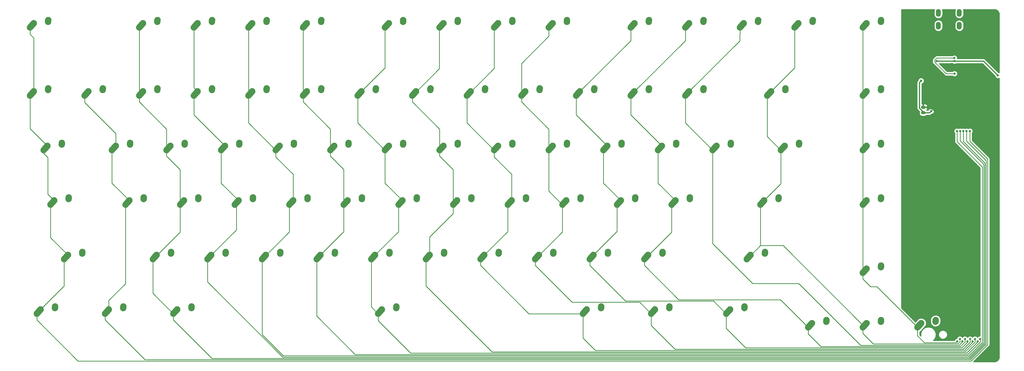
<source format=gtl>
G04 #@! TF.GenerationSoftware,KiCad,Pcbnew,(5.1.10)-1*
G04 #@! TF.CreationDate,2022-02-11T22:44:53+10:30*
G04 #@! TF.ProjectId,Dingo-75,44696e67-6f2d-4373-952e-6b696361645f,rev?*
G04 #@! TF.SameCoordinates,Original*
G04 #@! TF.FileFunction,Copper,L1,Top*
G04 #@! TF.FilePolarity,Positive*
%FSLAX46Y46*%
G04 Gerber Fmt 4.6, Leading zero omitted, Abs format (unit mm)*
G04 Created by KiCad (PCBNEW (5.1.10)-1) date 2022-02-11 22:44:53*
%MOMM*%
%LPD*%
G01*
G04 APERTURE LIST*
G04 #@! TA.AperFunction,ComponentPad*
%ADD10C,2.250000*%
G04 #@! TD*
G04 #@! TA.AperFunction,ComponentPad*
%ADD11O,1.700000X2.700000*%
G04 #@! TD*
G04 #@! TA.AperFunction,ViaPad*
%ADD12C,0.800000*%
G04 #@! TD*
G04 #@! TA.AperFunction,Conductor*
%ADD13C,0.381000*%
G04 #@! TD*
G04 #@! TA.AperFunction,Conductor*
%ADD14C,0.254000*%
G04 #@! TD*
G04 #@! TA.AperFunction,Conductor*
%ADD15C,0.100000*%
G04 #@! TD*
G04 APERTURE END LIST*
D10*
X-128706250Y108775000D03*
G04 #@! TA.AperFunction,ComponentPad*
G36*
G01*
X-130767562Y106477650D02*
X-130767567Y106477655D01*
G75*
G02*
X-130853595Y108066317I751317J837345D01*
G01*
X-129543593Y109526317D01*
G75*
G02*
X-127954931Y109612345I837345J-751317D01*
G01*
X-127954931Y109612345D01*
G75*
G02*
X-127868903Y108023683I-751317J-837345D01*
G01*
X-129178905Y106563683D01*
G75*
G02*
X-130767567Y106477655I-837345J751317D01*
G01*
G37*
G04 #@! TD.AperFunction*
X-123666250Y109855000D03*
G04 #@! TA.AperFunction,ComponentPad*
G36*
G01*
X-123782767Y108152605D02*
X-123783653Y108152666D01*
G75*
G02*
X-124828584Y109352403I77403J1122334D01*
G01*
X-124788584Y109932403D01*
G75*
G02*
X-123588847Y110977334I1122334J-77403D01*
G01*
X-123588847Y110977334D01*
G75*
G02*
X-122543916Y109777597I-77403J-1122334D01*
G01*
X-122583916Y109197597D01*
G75*
G02*
X-123783653Y108152666I-1122334J77403D01*
G01*
G37*
G04 #@! TD.AperFunction*
G04 #@! TA.AperFunction,ComponentPad*
G36*
G01*
X-49964017Y127202605D02*
X-49964903Y127202666D01*
G75*
G02*
X-51009834Y128402403I77403J1122334D01*
G01*
X-50969834Y128982403D01*
G75*
G02*
X-49770097Y130027334I1122334J-77403D01*
G01*
X-49770097Y130027334D01*
G75*
G02*
X-48725166Y128827597I-77403J-1122334D01*
G01*
X-48765166Y128247597D01*
G75*
G02*
X-49964903Y127202666I-1122334J77403D01*
G01*
G37*
G04 #@! TD.AperFunction*
X-49847500Y128905000D03*
G04 #@! TA.AperFunction,ComponentPad*
G36*
G01*
X-56948812Y125527650D02*
X-56948817Y125527655D01*
G75*
G02*
X-57034845Y127116317I751317J837345D01*
G01*
X-55724843Y128576317D01*
G75*
G02*
X-54136181Y128662345I837345J-751317D01*
G01*
X-54136181Y128662345D01*
G75*
G02*
X-54050153Y127073683I-751317J-837345D01*
G01*
X-55360155Y125613683D01*
G75*
G02*
X-56948817Y125527655I-837345J751317D01*
G01*
G37*
G04 #@! TD.AperFunction*
X-54887500Y127825000D03*
G04 #@! TA.AperFunction,ComponentPad*
G36*
G01*
X-69014017Y127202605D02*
X-69014903Y127202666D01*
G75*
G02*
X-70059834Y128402403I77403J1122334D01*
G01*
X-70019834Y128982403D01*
G75*
G02*
X-68820097Y130027334I1122334J-77403D01*
G01*
X-68820097Y130027334D01*
G75*
G02*
X-67775166Y128827597I-77403J-1122334D01*
G01*
X-67815166Y128247597D01*
G75*
G02*
X-69014903Y127202666I-1122334J77403D01*
G01*
G37*
G04 #@! TD.AperFunction*
X-68897500Y128905000D03*
G04 #@! TA.AperFunction,ComponentPad*
G36*
G01*
X-75998812Y125527650D02*
X-75998817Y125527655D01*
G75*
G02*
X-76084845Y127116317I751317J837345D01*
G01*
X-74774843Y128576317D01*
G75*
G02*
X-73186181Y128662345I837345J-751317D01*
G01*
X-73186181Y128662345D01*
G75*
G02*
X-73100153Y127073683I-751317J-837345D01*
G01*
X-74410155Y125613683D01*
G75*
G02*
X-75998817Y125527655I-837345J751317D01*
G01*
G37*
G04 #@! TD.AperFunction*
X-73937500Y127825000D03*
G04 #@! TA.AperFunction,ComponentPad*
G36*
G01*
X-116639017Y146252605D02*
X-116639903Y146252666D01*
G75*
G02*
X-117684834Y147452403I77403J1122334D01*
G01*
X-117644834Y148032403D01*
G75*
G02*
X-116445097Y149077334I1122334J-77403D01*
G01*
X-116445097Y149077334D01*
G75*
G02*
X-115400166Y147877597I-77403J-1122334D01*
G01*
X-115440166Y147297597D01*
G75*
G02*
X-116639903Y146252666I-1122334J77403D01*
G01*
G37*
G04 #@! TD.AperFunction*
X-116522500Y147955000D03*
G04 #@! TA.AperFunction,ComponentPad*
G36*
G01*
X-123623812Y144577650D02*
X-123623817Y144577655D01*
G75*
G02*
X-123709845Y146166317I751317J837345D01*
G01*
X-122399843Y147626317D01*
G75*
G02*
X-120811181Y147712345I837345J-751317D01*
G01*
X-120811181Y147712345D01*
G75*
G02*
X-120725153Y146123683I-751317J-837345D01*
G01*
X-122035155Y144663683D01*
G75*
G02*
X-123623817Y144577655I-837345J751317D01*
G01*
G37*
G04 #@! TD.AperFunction*
X-121562500Y146875000D03*
X-178712500Y146875000D03*
G04 #@! TA.AperFunction,ComponentPad*
G36*
G01*
X-180773812Y144577650D02*
X-180773817Y144577655D01*
G75*
G02*
X-180859845Y146166317I751317J837345D01*
G01*
X-179549843Y147626317D01*
G75*
G02*
X-177961181Y147712345I837345J-751317D01*
G01*
X-177961181Y147712345D01*
G75*
G02*
X-177875153Y146123683I-751317J-837345D01*
G01*
X-179185155Y144663683D01*
G75*
G02*
X-180773817Y144577655I-837345J751317D01*
G01*
G37*
G04 #@! TD.AperFunction*
X-173672500Y147955000D03*
G04 #@! TA.AperFunction,ComponentPad*
G36*
G01*
X-173789017Y146252605D02*
X-173789903Y146252666D01*
G75*
G02*
X-174834834Y147452403I77403J1122334D01*
G01*
X-174794834Y148032403D01*
G75*
G02*
X-173595097Y149077334I1122334J-77403D01*
G01*
X-173595097Y149077334D01*
G75*
G02*
X-172550166Y147877597I-77403J-1122334D01*
G01*
X-172590166Y147297597D01*
G75*
G02*
X-173789903Y146252666I-1122334J77403D01*
G01*
G37*
G04 #@! TD.AperFunction*
X-200143750Y108775000D03*
G04 #@! TA.AperFunction,ComponentPad*
G36*
G01*
X-202205062Y106477650D02*
X-202205067Y106477655D01*
G75*
G02*
X-202291095Y108066317I751317J837345D01*
G01*
X-200981093Y109526317D01*
G75*
G02*
X-199392431Y109612345I837345J-751317D01*
G01*
X-199392431Y109612345D01*
G75*
G02*
X-199306403Y108023683I-751317J-837345D01*
G01*
X-200616405Y106563683D01*
G75*
G02*
X-202205067Y106477655I-837345J751317D01*
G01*
G37*
G04 #@! TD.AperFunction*
X-195103750Y109855000D03*
G04 #@! TA.AperFunction,ComponentPad*
G36*
G01*
X-195220267Y108152605D02*
X-195221153Y108152666D01*
G75*
G02*
X-196266084Y109352403I77403J1122334D01*
G01*
X-196226084Y109932403D01*
G75*
G02*
X-195026347Y110977334I1122334J-77403D01*
G01*
X-195026347Y110977334D01*
G75*
G02*
X-193981416Y109777597I-77403J-1122334D01*
G01*
X-194021416Y109197597D01*
G75*
G02*
X-195221153Y108152666I-1122334J77403D01*
G01*
G37*
G04 #@! TD.AperFunction*
X-57268750Y108775000D03*
G04 #@! TA.AperFunction,ComponentPad*
G36*
G01*
X-59330062Y106477650D02*
X-59330067Y106477655D01*
G75*
G02*
X-59416095Y108066317I751317J837345D01*
G01*
X-58106093Y109526317D01*
G75*
G02*
X-56517431Y109612345I837345J-751317D01*
G01*
X-56517431Y109612345D01*
G75*
G02*
X-56431403Y108023683I-751317J-837345D01*
G01*
X-57741405Y106563683D01*
G75*
G02*
X-59330067Y106477655I-837345J751317D01*
G01*
G37*
G04 #@! TD.AperFunction*
X-52228750Y109855000D03*
G04 #@! TA.AperFunction,ComponentPad*
G36*
G01*
X-52345267Y108152605D02*
X-52346153Y108152666D01*
G75*
G02*
X-53391084Y109352403I77403J1122334D01*
G01*
X-53351084Y109932403D01*
G75*
G02*
X-52151347Y110977334I1122334J-77403D01*
G01*
X-52151347Y110977334D01*
G75*
G02*
X-51106416Y109777597I-77403J-1122334D01*
G01*
X-51146416Y109197597D01*
G75*
G02*
X-52346153Y108152666I-1122334J77403D01*
G01*
G37*
G04 #@! TD.AperFunction*
X7025000Y184975000D03*
G04 #@! TA.AperFunction,ComponentPad*
G36*
G01*
X4963688Y182677650D02*
X4963683Y182677655D01*
G75*
G02*
X4877655Y184266317I751317J837345D01*
G01*
X6187657Y185726317D01*
G75*
G02*
X7776319Y185812345I837345J-751317D01*
G01*
X7776319Y185812345D01*
G75*
G02*
X7862347Y184223683I-751317J-837345D01*
G01*
X6552345Y182763683D01*
G75*
G02*
X4963683Y182677655I-837345J751317D01*
G01*
G37*
G04 #@! TD.AperFunction*
X12065000Y186055000D03*
G04 #@! TA.AperFunction,ComponentPad*
G36*
G01*
X11948483Y184352605D02*
X11947597Y184352666D01*
G75*
G02*
X10902666Y185552403I77403J1122334D01*
G01*
X10942666Y186132403D01*
G75*
G02*
X12142403Y187177334I1122334J-77403D01*
G01*
X12142403Y187177334D01*
G75*
G02*
X13187334Y185977597I-77403J-1122334D01*
G01*
X13147334Y185397597D01*
G75*
G02*
X11947597Y184352666I-1122334J77403D01*
G01*
G37*
G04 #@! TD.AperFunction*
X-243006250Y146875000D03*
G04 #@! TA.AperFunction,ComponentPad*
G36*
G01*
X-245067562Y144577650D02*
X-245067567Y144577655D01*
G75*
G02*
X-245153595Y146166317I751317J837345D01*
G01*
X-243843593Y147626317D01*
G75*
G02*
X-242254931Y147712345I837345J-751317D01*
G01*
X-242254931Y147712345D01*
G75*
G02*
X-242168903Y146123683I-751317J-837345D01*
G01*
X-243478905Y144663683D01*
G75*
G02*
X-245067567Y144577655I-837345J751317D01*
G01*
G37*
G04 #@! TD.AperFunction*
X-237966250Y147955000D03*
G04 #@! TA.AperFunction,ComponentPad*
G36*
G01*
X-238082767Y146252605D02*
X-238083653Y146252666D01*
G75*
G02*
X-239128584Y147452403I77403J1122334D01*
G01*
X-239088584Y148032403D01*
G75*
G02*
X-237888847Y149077334I1122334J-77403D01*
G01*
X-237888847Y149077334D01*
G75*
G02*
X-236843916Y147877597I-77403J-1122334D01*
G01*
X-236883916Y147297597D01*
G75*
G02*
X-238083653Y146252666I-1122334J77403D01*
G01*
G37*
G04 #@! TD.AperFunction*
X-247768750Y108775000D03*
G04 #@! TA.AperFunction,ComponentPad*
G36*
G01*
X-249830062Y106477650D02*
X-249830067Y106477655D01*
G75*
G02*
X-249916095Y108066317I751317J837345D01*
G01*
X-248606093Y109526317D01*
G75*
G02*
X-247017431Y109612345I837345J-751317D01*
G01*
X-247017431Y109612345D01*
G75*
G02*
X-246931403Y108023683I-751317J-837345D01*
G01*
X-248241405Y106563683D01*
G75*
G02*
X-249830067Y106477655I-837345J751317D01*
G01*
G37*
G04 #@! TD.AperFunction*
X-242728750Y109855000D03*
G04 #@! TA.AperFunction,ComponentPad*
G36*
G01*
X-242845267Y108152605D02*
X-242846153Y108152666D01*
G75*
G02*
X-243891084Y109352403I77403J1122334D01*
G01*
X-243851084Y109932403D01*
G75*
G02*
X-242651347Y110977334I1122334J-77403D01*
G01*
X-242651347Y110977334D01*
G75*
G02*
X-241606416Y109777597I-77403J-1122334D01*
G01*
X-241646416Y109197597D01*
G75*
G02*
X-242846153Y108152666I-1122334J77403D01*
G01*
G37*
G04 #@! TD.AperFunction*
X-7262500Y108775000D03*
G04 #@! TA.AperFunction,ComponentPad*
G36*
G01*
X-9323812Y106477650D02*
X-9323817Y106477655D01*
G75*
G02*
X-9409845Y108066317I751317J837345D01*
G01*
X-8099843Y109526317D01*
G75*
G02*
X-6511181Y109612345I837345J-751317D01*
G01*
X-6511181Y109612345D01*
G75*
G02*
X-6425153Y108023683I-751317J-837345D01*
G01*
X-7735155Y106563683D01*
G75*
G02*
X-9323817Y106477655I-837345J751317D01*
G01*
G37*
G04 #@! TD.AperFunction*
X-2222500Y109855000D03*
G04 #@! TA.AperFunction,ComponentPad*
G36*
G01*
X-2339017Y108152605D02*
X-2339903Y108152666D01*
G75*
G02*
X-3384834Y109352403I77403J1122334D01*
G01*
X-3344834Y109932403D01*
G75*
G02*
X-2145097Y110977334I1122334J-77403D01*
G01*
X-2145097Y110977334D01*
G75*
G02*
X-1100166Y109777597I-77403J-1122334D01*
G01*
X-1140166Y109197597D01*
G75*
G02*
X-2339903Y108152666I-1122334J77403D01*
G01*
G37*
G04 #@! TD.AperFunction*
X4643750Y146875000D03*
G04 #@! TA.AperFunction,ComponentPad*
G36*
G01*
X2582438Y144577650D02*
X2582433Y144577655D01*
G75*
G02*
X2496405Y146166317I751317J837345D01*
G01*
X3806407Y147626317D01*
G75*
G02*
X5395069Y147712345I837345J-751317D01*
G01*
X5395069Y147712345D01*
G75*
G02*
X5481097Y146123683I-751317J-837345D01*
G01*
X4171095Y144663683D01*
G75*
G02*
X2582433Y144577655I-837345J751317D01*
G01*
G37*
G04 #@! TD.AperFunction*
X9683750Y147955000D03*
G04 #@! TA.AperFunction,ComponentPad*
G36*
G01*
X9567233Y146252605D02*
X9566347Y146252666D01*
G75*
G02*
X8521416Y147452403I77403J1122334D01*
G01*
X8561416Y148032403D01*
G75*
G02*
X9761153Y149077334I1122334J-77403D01*
G01*
X9761153Y149077334D01*
G75*
G02*
X10806084Y147877597I-77403J-1122334D01*
G01*
X10766084Y147297597D01*
G75*
G02*
X9566347Y146252666I-1122334J77403D01*
G01*
G37*
G04 #@! TD.AperFunction*
X-33456250Y108775000D03*
G04 #@! TA.AperFunction,ComponentPad*
G36*
G01*
X-35517562Y106477650D02*
X-35517567Y106477655D01*
G75*
G02*
X-35603595Y108066317I751317J837345D01*
G01*
X-34293593Y109526317D01*
G75*
G02*
X-32704931Y109612345I837345J-751317D01*
G01*
X-32704931Y109612345D01*
G75*
G02*
X-32618903Y108023683I-751317J-837345D01*
G01*
X-33928905Y106563683D01*
G75*
G02*
X-35517567Y106477655I-837345J751317D01*
G01*
G37*
G04 #@! TD.AperFunction*
X-28416250Y109855000D03*
G04 #@! TA.AperFunction,ComponentPad*
G36*
G01*
X-28532767Y108152605D02*
X-28533653Y108152666D01*
G75*
G02*
X-29578584Y109352403I77403J1122334D01*
G01*
X-29538584Y109932403D01*
G75*
G02*
X-28338847Y110977334I1122334J-77403D01*
G01*
X-28338847Y110977334D01*
G75*
G02*
X-27293916Y109777597I-77403J-1122334D01*
G01*
X-27333916Y109197597D01*
G75*
G02*
X-28533653Y108152666I-1122334J77403D01*
G01*
G37*
G04 #@! TD.AperFunction*
X-238243750Y127825000D03*
G04 #@! TA.AperFunction,ComponentPad*
G36*
G01*
X-240305062Y125527650D02*
X-240305067Y125527655D01*
G75*
G02*
X-240391095Y127116317I751317J837345D01*
G01*
X-239081093Y128576317D01*
G75*
G02*
X-237492431Y128662345I837345J-751317D01*
G01*
X-237492431Y128662345D01*
G75*
G02*
X-237406403Y127073683I-751317J-837345D01*
G01*
X-238716405Y125613683D01*
G75*
G02*
X-240305067Y125527655I-837345J751317D01*
G01*
G37*
G04 #@! TD.AperFunction*
X-233203750Y128905000D03*
G04 #@! TA.AperFunction,ComponentPad*
G36*
G01*
X-233320267Y127202605D02*
X-233321153Y127202666D01*
G75*
G02*
X-234366084Y128402403I77403J1122334D01*
G01*
X-234326084Y128982403D01*
G75*
G02*
X-233126347Y130027334I1122334J-77403D01*
G01*
X-233126347Y130027334D01*
G75*
G02*
X-232081416Y128827597I-77403J-1122334D01*
G01*
X-232121416Y128247597D01*
G75*
G02*
X-233321153Y127202666I-1122334J77403D01*
G01*
G37*
G04 #@! TD.AperFunction*
X-118750Y127825000D03*
G04 #@! TA.AperFunction,ComponentPad*
G36*
G01*
X-2180062Y125527650D02*
X-2180067Y125527655D01*
G75*
G02*
X-2266095Y127116317I751317J837345D01*
G01*
X-956093Y128576317D01*
G75*
G02*
X632569Y128662345I837345J-751317D01*
G01*
X632569Y128662345D01*
G75*
G02*
X718597Y127073683I-751317J-837345D01*
G01*
X-591405Y125613683D01*
G75*
G02*
X-2180067Y125527655I-837345J751317D01*
G01*
G37*
G04 #@! TD.AperFunction*
X4921250Y128905000D03*
G04 #@! TA.AperFunction,ComponentPad*
G36*
G01*
X4804733Y127202605D02*
X4803847Y127202666D01*
G75*
G02*
X3758916Y128402403I77403J1122334D01*
G01*
X3798916Y128982403D01*
G75*
G02*
X4998653Y130027334I1122334J-77403D01*
G01*
X4998653Y130027334D01*
G75*
G02*
X6043584Y128827597I-77403J-1122334D01*
G01*
X6003584Y128247597D01*
G75*
G02*
X4803847Y127202666I-1122334J77403D01*
G01*
G37*
G04 #@! TD.AperFunction*
X-245387500Y165925000D03*
G04 #@! TA.AperFunction,ComponentPad*
G36*
G01*
X-247448812Y163627650D02*
X-247448817Y163627655D01*
G75*
G02*
X-247534845Y165216317I751317J837345D01*
G01*
X-246224843Y166676317D01*
G75*
G02*
X-244636181Y166762345I837345J-751317D01*
G01*
X-244636181Y166762345D01*
G75*
G02*
X-244550153Y165173683I-751317J-837345D01*
G01*
X-245860155Y163713683D01*
G75*
G02*
X-247448817Y163627655I-837345J751317D01*
G01*
G37*
G04 #@! TD.AperFunction*
X-240347500Y167005000D03*
G04 #@! TA.AperFunction,ComponentPad*
G36*
G01*
X-240464017Y165302605D02*
X-240464903Y165302666D01*
G75*
G02*
X-241509834Y166502403I77403J1122334D01*
G01*
X-241469834Y167082403D01*
G75*
G02*
X-240270097Y168127334I1122334J-77403D01*
G01*
X-240270097Y168127334D01*
G75*
G02*
X-239225166Y166927597I-77403J-1122334D01*
G01*
X-239265166Y166347597D01*
G75*
G02*
X-240464903Y165302666I-1122334J77403D01*
G01*
G37*
G04 #@! TD.AperFunction*
X-223956250Y108775000D03*
G04 #@! TA.AperFunction,ComponentPad*
G36*
G01*
X-226017562Y106477650D02*
X-226017567Y106477655D01*
G75*
G02*
X-226103595Y108066317I751317J837345D01*
G01*
X-224793593Y109526317D01*
G75*
G02*
X-223204931Y109612345I837345J-751317D01*
G01*
X-223204931Y109612345D01*
G75*
G02*
X-223118903Y108023683I-751317J-837345D01*
G01*
X-224428905Y106563683D01*
G75*
G02*
X-226017567Y106477655I-837345J751317D01*
G01*
G37*
G04 #@! TD.AperFunction*
X-218916250Y109855000D03*
G04 #@! TA.AperFunction,ComponentPad*
G36*
G01*
X-219032767Y108152605D02*
X-219033653Y108152666D01*
G75*
G02*
X-220078584Y109352403I77403J1122334D01*
G01*
X-220038584Y109932403D01*
G75*
G02*
X-218838847Y110977334I1122334J-77403D01*
G01*
X-218838847Y110977334D01*
G75*
G02*
X-217793916Y109777597I-77403J-1122334D01*
G01*
X-217833916Y109197597D01*
G75*
G02*
X-219033653Y108152666I-1122334J77403D01*
G01*
G37*
G04 #@! TD.AperFunction*
X11787500Y165925000D03*
G04 #@! TA.AperFunction,ComponentPad*
G36*
G01*
X9726188Y163627650D02*
X9726183Y163627655D01*
G75*
G02*
X9640155Y165216317I751317J837345D01*
G01*
X10950157Y166676317D01*
G75*
G02*
X12538819Y166762345I837345J-751317D01*
G01*
X12538819Y166762345D01*
G75*
G02*
X12624847Y165173683I-751317J-837345D01*
G01*
X11314845Y163713683D01*
G75*
G02*
X9726183Y163627655I-837345J751317D01*
G01*
G37*
G04 #@! TD.AperFunction*
X16827500Y167005000D03*
G04 #@! TA.AperFunction,ComponentPad*
G36*
G01*
X16710983Y165302605D02*
X16710097Y165302666D01*
G75*
G02*
X15665166Y166502403I77403J1122334D01*
G01*
X15705166Y167082403D01*
G75*
G02*
X16904903Y168127334I1122334J-77403D01*
G01*
X16904903Y168127334D01*
G75*
G02*
X17949834Y166927597I-77403J-1122334D01*
G01*
X17909834Y166347597D01*
G75*
G02*
X16710097Y165302666I-1122334J77403D01*
G01*
G37*
G04 #@! TD.AperFunction*
X40362500Y123062500D03*
G04 #@! TA.AperFunction,ComponentPad*
G36*
G01*
X38301188Y120765150D02*
X38301183Y120765155D01*
G75*
G02*
X38215155Y122353817I751317J837345D01*
G01*
X39525157Y123813817D01*
G75*
G02*
X41113819Y123899845I837345J-751317D01*
G01*
X41113819Y123899845D01*
G75*
G02*
X41199847Y122311183I-751317J-837345D01*
G01*
X39889845Y120851183D01*
G75*
G02*
X38301183Y120765155I-837345J751317D01*
G01*
G37*
G04 #@! TD.AperFunction*
X45402500Y124142500D03*
G04 #@! TA.AperFunction,ComponentPad*
G36*
G01*
X45285983Y122440105D02*
X45285097Y122440166D01*
G75*
G02*
X44240166Y123639903I77403J1122334D01*
G01*
X44280166Y124219903D01*
G75*
G02*
X45479903Y125264834I1122334J-77403D01*
G01*
X45479903Y125264834D01*
G75*
G02*
X46524834Y124065097I-77403J-1122334D01*
G01*
X46484834Y123485097D01*
G75*
G02*
X45285097Y122440166I-1122334J77403D01*
G01*
G37*
G04 #@! TD.AperFunction*
D11*
X65406250Y212462500D03*
X72706250Y212462500D03*
X72706250Y207962500D03*
X65406250Y207962500D03*
D10*
X-250150000Y184975000D03*
G04 #@! TA.AperFunction,ComponentPad*
G36*
G01*
X-252211312Y182677650D02*
X-252211317Y182677655D01*
G75*
G02*
X-252297345Y184266317I751317J837345D01*
G01*
X-250987343Y185726317D01*
G75*
G02*
X-249398681Y185812345I837345J-751317D01*
G01*
X-249398681Y185812345D01*
G75*
G02*
X-249312653Y184223683I-751317J-837345D01*
G01*
X-250622655Y182763683D01*
G75*
G02*
X-252211317Y182677655I-837345J751317D01*
G01*
G37*
G04 #@! TD.AperFunction*
X-245110000Y186055000D03*
G04 #@! TA.AperFunction,ComponentPad*
G36*
G01*
X-245226517Y184352605D02*
X-245227403Y184352666D01*
G75*
G02*
X-246272334Y185552403I77403J1122334D01*
G01*
X-246232334Y186132403D01*
G75*
G02*
X-245032597Y187177334I1122334J-77403D01*
G01*
X-245032597Y187177334D01*
G75*
G02*
X-243987666Y185977597I-77403J-1122334D01*
G01*
X-244027666Y185397597D01*
G75*
G02*
X-245227403Y184352666I-1122334J77403D01*
G01*
G37*
G04 #@! TD.AperFunction*
G04 #@! TA.AperFunction,ComponentPad*
G36*
G01*
X-202364017Y127202605D02*
X-202364903Y127202666D01*
G75*
G02*
X-203409834Y128402403I77403J1122334D01*
G01*
X-203369834Y128982403D01*
G75*
G02*
X-202170097Y130027334I1122334J-77403D01*
G01*
X-202170097Y130027334D01*
G75*
G02*
X-201125166Y128827597I-77403J-1122334D01*
G01*
X-201165166Y128247597D01*
G75*
G02*
X-202364903Y127202666I-1122334J77403D01*
G01*
G37*
G04 #@! TD.AperFunction*
X-202247500Y128905000D03*
G04 #@! TA.AperFunction,ComponentPad*
G36*
G01*
X-209348812Y125527650D02*
X-209348817Y125527655D01*
G75*
G02*
X-209434845Y127116317I751317J837345D01*
G01*
X-208124843Y128576317D01*
G75*
G02*
X-206536181Y128662345I837345J-751317D01*
G01*
X-206536181Y128662345D01*
G75*
G02*
X-206450153Y127073683I-751317J-837345D01*
G01*
X-207760155Y125613683D01*
G75*
G02*
X-209348817Y125527655I-837345J751317D01*
G01*
G37*
G04 #@! TD.AperFunction*
X-207287500Y127825000D03*
X-126325000Y165925000D03*
G04 #@! TA.AperFunction,ComponentPad*
G36*
G01*
X-128386312Y163627650D02*
X-128386317Y163627655D01*
G75*
G02*
X-128472345Y165216317I751317J837345D01*
G01*
X-127162343Y166676317D01*
G75*
G02*
X-125573681Y166762345I837345J-751317D01*
G01*
X-125573681Y166762345D01*
G75*
G02*
X-125487653Y165173683I-751317J-837345D01*
G01*
X-126797655Y163713683D01*
G75*
G02*
X-128386317Y163627655I-837345J751317D01*
G01*
G37*
G04 #@! TD.AperFunction*
X-121285000Y167005000D03*
G04 #@! TA.AperFunction,ComponentPad*
G36*
G01*
X-121401517Y165302605D02*
X-121402403Y165302666D01*
G75*
G02*
X-122447334Y166502403I77403J1122334D01*
G01*
X-122407334Y167082403D01*
G75*
G02*
X-121207597Y168127334I1122334J-77403D01*
G01*
X-121207597Y168127334D01*
G75*
G02*
X-120162666Y166927597I-77403J-1122334D01*
G01*
X-120202666Y166347597D01*
G75*
G02*
X-121402403Y165302666I-1122334J77403D01*
G01*
G37*
G04 #@! TD.AperFunction*
G04 #@! TA.AperFunction,ComponentPad*
G36*
G01*
X-183314017Y127202605D02*
X-183314903Y127202666D01*
G75*
G02*
X-184359834Y128402403I77403J1122334D01*
G01*
X-184319834Y128982403D01*
G75*
G02*
X-183120097Y130027334I1122334J-77403D01*
G01*
X-183120097Y130027334D01*
G75*
G02*
X-182075166Y128827597I-77403J-1122334D01*
G01*
X-182115166Y128247597D01*
G75*
G02*
X-183314903Y127202666I-1122334J77403D01*
G01*
G37*
G04 #@! TD.AperFunction*
X-183197500Y128905000D03*
G04 #@! TA.AperFunction,ComponentPad*
G36*
G01*
X-190298812Y125527650D02*
X-190298817Y125527655D01*
G75*
G02*
X-190384845Y127116317I751317J837345D01*
G01*
X-189074843Y128576317D01*
G75*
G02*
X-187486181Y128662345I837345J-751317D01*
G01*
X-187486181Y128662345D01*
G75*
G02*
X-187400153Y127073683I-751317J-837345D01*
G01*
X-188710155Y125613683D01*
G75*
G02*
X-190298817Y125527655I-837345J751317D01*
G01*
G37*
G04 #@! TD.AperFunction*
X-188237500Y127825000D03*
X-202525000Y165925000D03*
G04 #@! TA.AperFunction,ComponentPad*
G36*
G01*
X-204586312Y163627650D02*
X-204586317Y163627655D01*
G75*
G02*
X-204672345Y165216317I751317J837345D01*
G01*
X-203362343Y166676317D01*
G75*
G02*
X-201773681Y166762345I837345J-751317D01*
G01*
X-201773681Y166762345D01*
G75*
G02*
X-201687653Y165173683I-751317J-837345D01*
G01*
X-202997655Y163713683D01*
G75*
G02*
X-204586317Y163627655I-837345J751317D01*
G01*
G37*
G04 #@! TD.AperFunction*
X-197485000Y167005000D03*
G04 #@! TA.AperFunction,ComponentPad*
G36*
G01*
X-197601517Y165302605D02*
X-197602403Y165302666D01*
G75*
G02*
X-198647334Y166502403I77403J1122334D01*
G01*
X-198607334Y167082403D01*
G75*
G02*
X-197407597Y168127334I1122334J-77403D01*
G01*
X-197407597Y168127334D01*
G75*
G02*
X-196362666Y166927597I-77403J-1122334D01*
G01*
X-196402666Y166347597D01*
G75*
G02*
X-197602403Y165302666I-1122334J77403D01*
G01*
G37*
G04 #@! TD.AperFunction*
G04 #@! TA.AperFunction,ComponentPad*
G36*
G01*
X-145214017Y127202605D02*
X-145214903Y127202666D01*
G75*
G02*
X-146259834Y128402403I77403J1122334D01*
G01*
X-146219834Y128982403D01*
G75*
G02*
X-145020097Y130027334I1122334J-77403D01*
G01*
X-145020097Y130027334D01*
G75*
G02*
X-143975166Y128827597I-77403J-1122334D01*
G01*
X-144015166Y128247597D01*
G75*
G02*
X-145214903Y127202666I-1122334J77403D01*
G01*
G37*
G04 #@! TD.AperFunction*
X-145097500Y128905000D03*
G04 #@! TA.AperFunction,ComponentPad*
G36*
G01*
X-152198812Y125527650D02*
X-152198817Y125527655D01*
G75*
G02*
X-152284845Y127116317I751317J837345D01*
G01*
X-150974843Y128576317D01*
G75*
G02*
X-149386181Y128662345I837345J-751317D01*
G01*
X-149386181Y128662345D01*
G75*
G02*
X-149300153Y127073683I-751317J-837345D01*
G01*
X-150610155Y125613683D01*
G75*
G02*
X-152198817Y125527655I-837345J751317D01*
G01*
G37*
G04 #@! TD.AperFunction*
X-150137500Y127825000D03*
X-107275000Y165925000D03*
G04 #@! TA.AperFunction,ComponentPad*
G36*
G01*
X-109336312Y163627650D02*
X-109336317Y163627655D01*
G75*
G02*
X-109422345Y165216317I751317J837345D01*
G01*
X-108112343Y166676317D01*
G75*
G02*
X-106523681Y166762345I837345J-751317D01*
G01*
X-106523681Y166762345D01*
G75*
G02*
X-106437653Y165173683I-751317J-837345D01*
G01*
X-107747655Y163713683D01*
G75*
G02*
X-109336317Y163627655I-837345J751317D01*
G01*
G37*
G04 #@! TD.AperFunction*
X-102235000Y167005000D03*
G04 #@! TA.AperFunction,ComponentPad*
G36*
G01*
X-102351517Y165302605D02*
X-102352403Y165302666D01*
G75*
G02*
X-103397334Y166502403I77403J1122334D01*
G01*
X-103357334Y167082403D01*
G75*
G02*
X-102157597Y168127334I1122334J-77403D01*
G01*
X-102157597Y168127334D01*
G75*
G02*
X-101112666Y166927597I-77403J-1122334D01*
G01*
X-101152666Y166347597D01*
G75*
G02*
X-102352403Y165302666I-1122334J77403D01*
G01*
G37*
G04 #@! TD.AperFunction*
X-145375000Y165925000D03*
G04 #@! TA.AperFunction,ComponentPad*
G36*
G01*
X-147436312Y163627650D02*
X-147436317Y163627655D01*
G75*
G02*
X-147522345Y165216317I751317J837345D01*
G01*
X-146212343Y166676317D01*
G75*
G02*
X-144623681Y166762345I837345J-751317D01*
G01*
X-144623681Y166762345D01*
G75*
G02*
X-144537653Y165173683I-751317J-837345D01*
G01*
X-145847655Y163713683D01*
G75*
G02*
X-147436317Y163627655I-837345J751317D01*
G01*
G37*
G04 #@! TD.AperFunction*
X-140335000Y167005000D03*
G04 #@! TA.AperFunction,ComponentPad*
G36*
G01*
X-140451517Y165302605D02*
X-140452403Y165302666D01*
G75*
G02*
X-141497334Y166502403I77403J1122334D01*
G01*
X-141457334Y167082403D01*
G75*
G02*
X-140257597Y168127334I1122334J-77403D01*
G01*
X-140257597Y168127334D01*
G75*
G02*
X-139212666Y166927597I-77403J-1122334D01*
G01*
X-139252666Y166347597D01*
G75*
G02*
X-140452403Y165302666I-1122334J77403D01*
G01*
G37*
G04 #@! TD.AperFunction*
X-197762500Y146875000D03*
G04 #@! TA.AperFunction,ComponentPad*
G36*
G01*
X-199823812Y144577650D02*
X-199823817Y144577655D01*
G75*
G02*
X-199909845Y146166317I751317J837345D01*
G01*
X-198599843Y147626317D01*
G75*
G02*
X-197011181Y147712345I837345J-751317D01*
G01*
X-197011181Y147712345D01*
G75*
G02*
X-196925153Y146123683I-751317J-837345D01*
G01*
X-198235155Y144663683D01*
G75*
G02*
X-199823817Y144577655I-837345J751317D01*
G01*
G37*
G04 #@! TD.AperFunction*
X-192722500Y147955000D03*
G04 #@! TA.AperFunction,ComponentPad*
G36*
G01*
X-192839017Y146252605D02*
X-192839903Y146252666D01*
G75*
G02*
X-193884834Y147452403I77403J1122334D01*
G01*
X-193844834Y148032403D01*
G75*
G02*
X-192645097Y149077334I1122334J-77403D01*
G01*
X-192645097Y149077334D01*
G75*
G02*
X-191600166Y147877597I-77403J-1122334D01*
G01*
X-191640166Y147297597D01*
G75*
G02*
X-192839903Y146252666I-1122334J77403D01*
G01*
G37*
G04 #@! TD.AperFunction*
X-164425000Y165925000D03*
G04 #@! TA.AperFunction,ComponentPad*
G36*
G01*
X-166486312Y163627650D02*
X-166486317Y163627655D01*
G75*
G02*
X-166572345Y165216317I751317J837345D01*
G01*
X-165262343Y166676317D01*
G75*
G02*
X-163673681Y166762345I837345J-751317D01*
G01*
X-163673681Y166762345D01*
G75*
G02*
X-163587653Y165173683I-751317J-837345D01*
G01*
X-164897655Y163713683D01*
G75*
G02*
X-166486317Y163627655I-837345J751317D01*
G01*
G37*
G04 #@! TD.AperFunction*
X-159385000Y167005000D03*
G04 #@! TA.AperFunction,ComponentPad*
G36*
G01*
X-159501517Y165302605D02*
X-159502403Y165302666D01*
G75*
G02*
X-160547334Y166502403I77403J1122334D01*
G01*
X-160507334Y167082403D01*
G75*
G02*
X-159307597Y168127334I1122334J-77403D01*
G01*
X-159307597Y168127334D01*
G75*
G02*
X-158262666Y166927597I-77403J-1122334D01*
G01*
X-158302666Y166347597D01*
G75*
G02*
X-159502403Y165302666I-1122334J77403D01*
G01*
G37*
G04 #@! TD.AperFunction*
X-221575000Y165925000D03*
G04 #@! TA.AperFunction,ComponentPad*
G36*
G01*
X-223636312Y163627650D02*
X-223636317Y163627655D01*
G75*
G02*
X-223722345Y165216317I751317J837345D01*
G01*
X-222412343Y166676317D01*
G75*
G02*
X-220823681Y166762345I837345J-751317D01*
G01*
X-220823681Y166762345D01*
G75*
G02*
X-220737653Y165173683I-751317J-837345D01*
G01*
X-222047655Y163713683D01*
G75*
G02*
X-223636317Y163627655I-837345J751317D01*
G01*
G37*
G04 #@! TD.AperFunction*
X-216535000Y167005000D03*
G04 #@! TA.AperFunction,ComponentPad*
G36*
G01*
X-216651517Y165302605D02*
X-216652403Y165302666D01*
G75*
G02*
X-217697334Y166502403I77403J1122334D01*
G01*
X-217657334Y167082403D01*
G75*
G02*
X-216457597Y168127334I1122334J-77403D01*
G01*
X-216457597Y168127334D01*
G75*
G02*
X-215412666Y166927597I-77403J-1122334D01*
G01*
X-215452666Y166347597D01*
G75*
G02*
X-216652403Y165302666I-1122334J77403D01*
G01*
G37*
G04 #@! TD.AperFunction*
X-50125000Y165925000D03*
G04 #@! TA.AperFunction,ComponentPad*
G36*
G01*
X-52186312Y163627650D02*
X-52186317Y163627655D01*
G75*
G02*
X-52272345Y165216317I751317J837345D01*
G01*
X-50962343Y166676317D01*
G75*
G02*
X-49373681Y166762345I837345J-751317D01*
G01*
X-49373681Y166762345D01*
G75*
G02*
X-49287653Y165173683I-751317J-837345D01*
G01*
X-50597655Y163713683D01*
G75*
G02*
X-52186317Y163627655I-837345J751317D01*
G01*
G37*
G04 #@! TD.AperFunction*
X-45085000Y167005000D03*
G04 #@! TA.AperFunction,ComponentPad*
G36*
G01*
X-45201517Y165302605D02*
X-45202403Y165302666D01*
G75*
G02*
X-46247334Y166502403I77403J1122334D01*
G01*
X-46207334Y167082403D01*
G75*
G02*
X-45007597Y168127334I1122334J-77403D01*
G01*
X-45007597Y168127334D01*
G75*
G02*
X-43962666Y166927597I-77403J-1122334D01*
G01*
X-44002666Y166347597D01*
G75*
G02*
X-45202403Y165302666I-1122334J77403D01*
G01*
G37*
G04 #@! TD.AperFunction*
X-69175000Y165925000D03*
G04 #@! TA.AperFunction,ComponentPad*
G36*
G01*
X-71236312Y163627650D02*
X-71236317Y163627655D01*
G75*
G02*
X-71322345Y165216317I751317J837345D01*
G01*
X-70012343Y166676317D01*
G75*
G02*
X-68423681Y166762345I837345J-751317D01*
G01*
X-68423681Y166762345D01*
G75*
G02*
X-68337653Y165173683I-751317J-837345D01*
G01*
X-69647655Y163713683D01*
G75*
G02*
X-71236317Y163627655I-837345J751317D01*
G01*
G37*
G04 #@! TD.AperFunction*
X-64135000Y167005000D03*
G04 #@! TA.AperFunction,ComponentPad*
G36*
G01*
X-64251517Y165302605D02*
X-64252403Y165302666D01*
G75*
G02*
X-65297334Y166502403I77403J1122334D01*
G01*
X-65257334Y167082403D01*
G75*
G02*
X-64057597Y168127334I1122334J-77403D01*
G01*
X-64057597Y168127334D01*
G75*
G02*
X-63012666Y166927597I-77403J-1122334D01*
G01*
X-63052666Y166347597D01*
G75*
G02*
X-64252403Y165302666I-1122334J77403D01*
G01*
G37*
G04 #@! TD.AperFunction*
G04 #@! TA.AperFunction,ComponentPad*
G36*
G01*
X-107114017Y127202605D02*
X-107114903Y127202666D01*
G75*
G02*
X-108159834Y128402403I77403J1122334D01*
G01*
X-108119834Y128982403D01*
G75*
G02*
X-106920097Y130027334I1122334J-77403D01*
G01*
X-106920097Y130027334D01*
G75*
G02*
X-105875166Y128827597I-77403J-1122334D01*
G01*
X-105915166Y128247597D01*
G75*
G02*
X-107114903Y127202666I-1122334J77403D01*
G01*
G37*
G04 #@! TD.AperFunction*
X-106997500Y128905000D03*
G04 #@! TA.AperFunction,ComponentPad*
G36*
G01*
X-114098812Y125527650D02*
X-114098817Y125527655D01*
G75*
G02*
X-114184845Y127116317I751317J837345D01*
G01*
X-112874843Y128576317D01*
G75*
G02*
X-111286181Y128662345I837345J-751317D01*
G01*
X-111286181Y128662345D01*
G75*
G02*
X-111200153Y127073683I-751317J-837345D01*
G01*
X-112510155Y125613683D01*
G75*
G02*
X-114098817Y125527655I-837345J751317D01*
G01*
G37*
G04 #@! TD.AperFunction*
X-112037500Y127825000D03*
G04 #@! TA.AperFunction,ComponentPad*
G36*
G01*
X-88064017Y127202605D02*
X-88064903Y127202666D01*
G75*
G02*
X-89109834Y128402403I77403J1122334D01*
G01*
X-89069834Y128982403D01*
G75*
G02*
X-87870097Y130027334I1122334J-77403D01*
G01*
X-87870097Y130027334D01*
G75*
G02*
X-86825166Y128827597I-77403J-1122334D01*
G01*
X-86865166Y128247597D01*
G75*
G02*
X-88064903Y127202666I-1122334J77403D01*
G01*
G37*
G04 #@! TD.AperFunction*
X-87947500Y128905000D03*
G04 #@! TA.AperFunction,ComponentPad*
G36*
G01*
X-95048812Y125527650D02*
X-95048817Y125527655D01*
G75*
G02*
X-95134845Y127116317I751317J837345D01*
G01*
X-93824843Y128576317D01*
G75*
G02*
X-92236181Y128662345I837345J-751317D01*
G01*
X-92236181Y128662345D01*
G75*
G02*
X-92150153Y127073683I-751317J-837345D01*
G01*
X-93460155Y125613683D01*
G75*
G02*
X-95048817Y125527655I-837345J751317D01*
G01*
G37*
G04 #@! TD.AperFunction*
X-92987500Y127825000D03*
X-64412500Y146875000D03*
G04 #@! TA.AperFunction,ComponentPad*
G36*
G01*
X-66473812Y144577650D02*
X-66473817Y144577655D01*
G75*
G02*
X-66559845Y146166317I751317J837345D01*
G01*
X-65249843Y147626317D01*
G75*
G02*
X-63661181Y147712345I837345J-751317D01*
G01*
X-63661181Y147712345D01*
G75*
G02*
X-63575153Y146123683I-751317J-837345D01*
G01*
X-64885155Y144663683D01*
G75*
G02*
X-66473817Y144577655I-837345J751317D01*
G01*
G37*
G04 #@! TD.AperFunction*
X-59372500Y147955000D03*
G04 #@! TA.AperFunction,ComponentPad*
G36*
G01*
X-59489017Y146252605D02*
X-59489903Y146252666D01*
G75*
G02*
X-60534834Y147452403I77403J1122334D01*
G01*
X-60494834Y148032403D01*
G75*
G02*
X-59295097Y149077334I1122334J-77403D01*
G01*
X-59295097Y149077334D01*
G75*
G02*
X-58250166Y147877597I-77403J-1122334D01*
G01*
X-58290166Y147297597D01*
G75*
G02*
X-59489903Y146252666I-1122334J77403D01*
G01*
G37*
G04 #@! TD.AperFunction*
X-83462500Y146875000D03*
G04 #@! TA.AperFunction,ComponentPad*
G36*
G01*
X-85523812Y144577650D02*
X-85523817Y144577655D01*
G75*
G02*
X-85609845Y146166317I751317J837345D01*
G01*
X-84299843Y147626317D01*
G75*
G02*
X-82711181Y147712345I837345J-751317D01*
G01*
X-82711181Y147712345D01*
G75*
G02*
X-82625153Y146123683I-751317J-837345D01*
G01*
X-83935155Y144663683D01*
G75*
G02*
X-85523817Y144577655I-837345J751317D01*
G01*
G37*
G04 #@! TD.AperFunction*
X-78422500Y147955000D03*
G04 #@! TA.AperFunction,ComponentPad*
G36*
G01*
X-78539017Y146252605D02*
X-78539903Y146252666D01*
G75*
G02*
X-79584834Y147452403I77403J1122334D01*
G01*
X-79544834Y148032403D01*
G75*
G02*
X-78345097Y149077334I1122334J-77403D01*
G01*
X-78345097Y149077334D01*
G75*
G02*
X-77300166Y147877597I-77403J-1122334D01*
G01*
X-77340166Y147297597D01*
G75*
G02*
X-78539903Y146252666I-1122334J77403D01*
G01*
G37*
G04 #@! TD.AperFunction*
X-102512500Y146875000D03*
G04 #@! TA.AperFunction,ComponentPad*
G36*
G01*
X-104573812Y144577650D02*
X-104573817Y144577655D01*
G75*
G02*
X-104659845Y146166317I751317J837345D01*
G01*
X-103349843Y147626317D01*
G75*
G02*
X-101761181Y147712345I837345J-751317D01*
G01*
X-101761181Y147712345D01*
G75*
G02*
X-101675153Y146123683I-751317J-837345D01*
G01*
X-102985155Y144663683D01*
G75*
G02*
X-104573817Y144577655I-837345J751317D01*
G01*
G37*
G04 #@! TD.AperFunction*
X-97472500Y147955000D03*
G04 #@! TA.AperFunction,ComponentPad*
G36*
G01*
X-97589017Y146252605D02*
X-97589903Y146252666D01*
G75*
G02*
X-98634834Y147452403I77403J1122334D01*
G01*
X-98594834Y148032403D01*
G75*
G02*
X-97395097Y149077334I1122334J-77403D01*
G01*
X-97395097Y149077334D01*
G75*
G02*
X-96350166Y147877597I-77403J-1122334D01*
G01*
X-96390166Y147297597D01*
G75*
G02*
X-97589903Y146252666I-1122334J77403D01*
G01*
G37*
G04 #@! TD.AperFunction*
X-88225000Y165925000D03*
G04 #@! TA.AperFunction,ComponentPad*
G36*
G01*
X-90286312Y163627650D02*
X-90286317Y163627655D01*
G75*
G02*
X-90372345Y165216317I751317J837345D01*
G01*
X-89062343Y166676317D01*
G75*
G02*
X-87473681Y166762345I837345J-751317D01*
G01*
X-87473681Y166762345D01*
G75*
G02*
X-87387653Y165173683I-751317J-837345D01*
G01*
X-88697655Y163713683D01*
G75*
G02*
X-90286317Y163627655I-837345J751317D01*
G01*
G37*
G04 #@! TD.AperFunction*
X-83185000Y167005000D03*
G04 #@! TA.AperFunction,ComponentPad*
G36*
G01*
X-83301517Y165302605D02*
X-83302403Y165302666D01*
G75*
G02*
X-84347334Y166502403I77403J1122334D01*
G01*
X-84307334Y167082403D01*
G75*
G02*
X-83107597Y168127334I1122334J-77403D01*
G01*
X-83107597Y168127334D01*
G75*
G02*
X-82062666Y166927597I-77403J-1122334D01*
G01*
X-82102666Y166347597D01*
G75*
G02*
X-83302403Y165302666I-1122334J77403D01*
G01*
G37*
G04 #@! TD.AperFunction*
X-140701250Y146875000D03*
G04 #@! TA.AperFunction,ComponentPad*
G36*
G01*
X-142762562Y144577650D02*
X-142762567Y144577655D01*
G75*
G02*
X-142848595Y146166317I751317J837345D01*
G01*
X-141538593Y147626317D01*
G75*
G02*
X-139949931Y147712345I837345J-751317D01*
G01*
X-139949931Y147712345D01*
G75*
G02*
X-139863903Y146123683I-751317J-837345D01*
G01*
X-141173905Y144663683D01*
G75*
G02*
X-142762567Y144577655I-837345J751317D01*
G01*
G37*
G04 #@! TD.AperFunction*
X-135661250Y147955000D03*
G04 #@! TA.AperFunction,ComponentPad*
G36*
G01*
X-135777767Y146252605D02*
X-135778653Y146252666D01*
G75*
G02*
X-136823584Y147452403I77403J1122334D01*
G01*
X-136783584Y148032403D01*
G75*
G02*
X-135583847Y149077334I1122334J-77403D01*
G01*
X-135583847Y149077334D01*
G75*
G02*
X-134538916Y147877597I-77403J-1122334D01*
G01*
X-134578916Y147297597D01*
G75*
G02*
X-135778653Y146252666I-1122334J77403D01*
G01*
G37*
G04 #@! TD.AperFunction*
X-159662500Y146875000D03*
G04 #@! TA.AperFunction,ComponentPad*
G36*
G01*
X-161723812Y144577650D02*
X-161723817Y144577655D01*
G75*
G02*
X-161809845Y146166317I751317J837345D01*
G01*
X-160499843Y147626317D01*
G75*
G02*
X-158911181Y147712345I837345J-751317D01*
G01*
X-158911181Y147712345D01*
G75*
G02*
X-158825153Y146123683I-751317J-837345D01*
G01*
X-160135155Y144663683D01*
G75*
G02*
X-161723817Y144577655I-837345J751317D01*
G01*
G37*
G04 #@! TD.AperFunction*
X-154622500Y147955000D03*
G04 #@! TA.AperFunction,ComponentPad*
G36*
G01*
X-154739017Y146252605D02*
X-154739903Y146252666D01*
G75*
G02*
X-155784834Y147452403I77403J1122334D01*
G01*
X-155744834Y148032403D01*
G75*
G02*
X-154545097Y149077334I1122334J-77403D01*
G01*
X-154545097Y149077334D01*
G75*
G02*
X-153500166Y147877597I-77403J-1122334D01*
G01*
X-153540166Y147297597D01*
G75*
G02*
X-154739903Y146252666I-1122334J77403D01*
G01*
G37*
G04 #@! TD.AperFunction*
X16550000Y208787500D03*
G04 #@! TA.AperFunction,ComponentPad*
G36*
G01*
X14488688Y206490150D02*
X14488683Y206490155D01*
G75*
G02*
X14402655Y208078817I751317J837345D01*
G01*
X15712657Y209538817D01*
G75*
G02*
X17301319Y209624845I837345J-751317D01*
G01*
X17301319Y209624845D01*
G75*
G02*
X17387347Y208036183I-751317J-837345D01*
G01*
X16077345Y206576183D01*
G75*
G02*
X14488683Y206490155I-837345J751317D01*
G01*
G37*
G04 #@! TD.AperFunction*
X21590000Y209867500D03*
G04 #@! TA.AperFunction,ComponentPad*
G36*
G01*
X21473483Y208165105D02*
X21472597Y208165166D01*
G75*
G02*
X20427666Y209364903I77403J1122334D01*
G01*
X20467666Y209944903D01*
G75*
G02*
X21667403Y210989834I1122334J-77403D01*
G01*
X21667403Y210989834D01*
G75*
G02*
X22712334Y209790097I-77403J-1122334D01*
G01*
X22672334Y209210097D01*
G75*
G02*
X21472597Y208165166I-1122334J77403D01*
G01*
G37*
G04 #@! TD.AperFunction*
X-2500000Y208787500D03*
G04 #@! TA.AperFunction,ComponentPad*
G36*
G01*
X-4561312Y206490150D02*
X-4561317Y206490155D01*
G75*
G02*
X-4647345Y208078817I751317J837345D01*
G01*
X-3337343Y209538817D01*
G75*
G02*
X-1748681Y209624845I837345J-751317D01*
G01*
X-1748681Y209624845D01*
G75*
G02*
X-1662653Y208036183I-751317J-837345D01*
G01*
X-2972655Y206576183D01*
G75*
G02*
X-4561317Y206490155I-837345J751317D01*
G01*
G37*
G04 #@! TD.AperFunction*
X2540000Y209867500D03*
G04 #@! TA.AperFunction,ComponentPad*
G36*
G01*
X2423483Y208165105D02*
X2422597Y208165166D01*
G75*
G02*
X1377666Y209364903I77403J1122334D01*
G01*
X1417666Y209944903D01*
G75*
G02*
X2617403Y210989834I1122334J-77403D01*
G01*
X2617403Y210989834D01*
G75*
G02*
X3662334Y209790097I-77403J-1122334D01*
G01*
X3622334Y209210097D01*
G75*
G02*
X2422597Y208165166I-1122334J77403D01*
G01*
G37*
G04 #@! TD.AperFunction*
X-21550000Y208787500D03*
G04 #@! TA.AperFunction,ComponentPad*
G36*
G01*
X-23611312Y206490150D02*
X-23611317Y206490155D01*
G75*
G02*
X-23697345Y208078817I751317J837345D01*
G01*
X-22387343Y209538817D01*
G75*
G02*
X-20798681Y209624845I837345J-751317D01*
G01*
X-20798681Y209624845D01*
G75*
G02*
X-20712653Y208036183I-751317J-837345D01*
G01*
X-22022655Y206576183D01*
G75*
G02*
X-23611317Y206490155I-837345J751317D01*
G01*
G37*
G04 #@! TD.AperFunction*
X-16510000Y209867500D03*
G04 #@! TA.AperFunction,ComponentPad*
G36*
G01*
X-16626517Y208165105D02*
X-16627403Y208165166D01*
G75*
G02*
X-17672334Y209364903I77403J1122334D01*
G01*
X-17632334Y209944903D01*
G75*
G02*
X-16432597Y210989834I1122334J-77403D01*
G01*
X-16432597Y210989834D01*
G75*
G02*
X-15387666Y209790097I-77403J-1122334D01*
G01*
X-15427666Y209210097D01*
G75*
G02*
X-16627403Y208165166I-1122334J77403D01*
G01*
G37*
G04 #@! TD.AperFunction*
X-40600000Y208787500D03*
G04 #@! TA.AperFunction,ComponentPad*
G36*
G01*
X-42661312Y206490150D02*
X-42661317Y206490155D01*
G75*
G02*
X-42747345Y208078817I751317J837345D01*
G01*
X-41437343Y209538817D01*
G75*
G02*
X-39848681Y209624845I837345J-751317D01*
G01*
X-39848681Y209624845D01*
G75*
G02*
X-39762653Y208036183I-751317J-837345D01*
G01*
X-41072655Y206576183D01*
G75*
G02*
X-42661317Y206490155I-837345J751317D01*
G01*
G37*
G04 #@! TD.AperFunction*
X-35560000Y209867500D03*
G04 #@! TA.AperFunction,ComponentPad*
G36*
G01*
X-35676517Y208165105D02*
X-35677403Y208165166D01*
G75*
G02*
X-36722334Y209364903I77403J1122334D01*
G01*
X-36682334Y209944903D01*
G75*
G02*
X-35482597Y210989834I1122334J-77403D01*
G01*
X-35482597Y210989834D01*
G75*
G02*
X-34437666Y209790097I-77403J-1122334D01*
G01*
X-34477666Y209210097D01*
G75*
G02*
X-35677403Y208165166I-1122334J77403D01*
G01*
G37*
G04 #@! TD.AperFunction*
X-69175000Y208787500D03*
G04 #@! TA.AperFunction,ComponentPad*
G36*
G01*
X-71236312Y206490150D02*
X-71236317Y206490155D01*
G75*
G02*
X-71322345Y208078817I751317J837345D01*
G01*
X-70012343Y209538817D01*
G75*
G02*
X-68423681Y209624845I837345J-751317D01*
G01*
X-68423681Y209624845D01*
G75*
G02*
X-68337653Y208036183I-751317J-837345D01*
G01*
X-69647655Y206576183D01*
G75*
G02*
X-71236317Y206490155I-837345J751317D01*
G01*
G37*
G04 #@! TD.AperFunction*
X-64135000Y209867500D03*
G04 #@! TA.AperFunction,ComponentPad*
G36*
G01*
X-64251517Y208165105D02*
X-64252403Y208165166D01*
G75*
G02*
X-65297334Y209364903I77403J1122334D01*
G01*
X-65257334Y209944903D01*
G75*
G02*
X-64057597Y210989834I1122334J-77403D01*
G01*
X-64057597Y210989834D01*
G75*
G02*
X-63012666Y209790097I-77403J-1122334D01*
G01*
X-63052666Y209210097D01*
G75*
G02*
X-64252403Y208165166I-1122334J77403D01*
G01*
G37*
G04 #@! TD.AperFunction*
X-88225000Y208787500D03*
G04 #@! TA.AperFunction,ComponentPad*
G36*
G01*
X-90286312Y206490150D02*
X-90286317Y206490155D01*
G75*
G02*
X-90372345Y208078817I751317J837345D01*
G01*
X-89062343Y209538817D01*
G75*
G02*
X-87473681Y209624845I837345J-751317D01*
G01*
X-87473681Y209624845D01*
G75*
G02*
X-87387653Y208036183I-751317J-837345D01*
G01*
X-88697655Y206576183D01*
G75*
G02*
X-90286317Y206490155I-837345J751317D01*
G01*
G37*
G04 #@! TD.AperFunction*
X-83185000Y209867500D03*
G04 #@! TA.AperFunction,ComponentPad*
G36*
G01*
X-83301517Y208165105D02*
X-83302403Y208165166D01*
G75*
G02*
X-84347334Y209364903I77403J1122334D01*
G01*
X-84307334Y209944903D01*
G75*
G02*
X-83107597Y210989834I1122334J-77403D01*
G01*
X-83107597Y210989834D01*
G75*
G02*
X-82062666Y209790097I-77403J-1122334D01*
G01*
X-82102666Y209210097D01*
G75*
G02*
X-83302403Y208165166I-1122334J77403D01*
G01*
G37*
G04 #@! TD.AperFunction*
X-107275000Y208787500D03*
G04 #@! TA.AperFunction,ComponentPad*
G36*
G01*
X-109336312Y206490150D02*
X-109336317Y206490155D01*
G75*
G02*
X-109422345Y208078817I751317J837345D01*
G01*
X-108112343Y209538817D01*
G75*
G02*
X-106523681Y209624845I837345J-751317D01*
G01*
X-106523681Y209624845D01*
G75*
G02*
X-106437653Y208036183I-751317J-837345D01*
G01*
X-107747655Y206576183D01*
G75*
G02*
X-109336317Y206490155I-837345J751317D01*
G01*
G37*
G04 #@! TD.AperFunction*
X-102235000Y209867500D03*
G04 #@! TA.AperFunction,ComponentPad*
G36*
G01*
X-102351517Y208165105D02*
X-102352403Y208165166D01*
G75*
G02*
X-103397334Y209364903I77403J1122334D01*
G01*
X-103357334Y209944903D01*
G75*
G02*
X-102157597Y210989834I1122334J-77403D01*
G01*
X-102157597Y210989834D01*
G75*
G02*
X-101112666Y209790097I-77403J-1122334D01*
G01*
X-101152666Y209210097D01*
G75*
G02*
X-102352403Y208165166I-1122334J77403D01*
G01*
G37*
G04 #@! TD.AperFunction*
X-126325000Y208787500D03*
G04 #@! TA.AperFunction,ComponentPad*
G36*
G01*
X-128386312Y206490150D02*
X-128386317Y206490155D01*
G75*
G02*
X-128472345Y208078817I751317J837345D01*
G01*
X-127162343Y209538817D01*
G75*
G02*
X-125573681Y209624845I837345J-751317D01*
G01*
X-125573681Y209624845D01*
G75*
G02*
X-125487653Y208036183I-751317J-837345D01*
G01*
X-126797655Y206576183D01*
G75*
G02*
X-128386317Y206490155I-837345J751317D01*
G01*
G37*
G04 #@! TD.AperFunction*
X-121285000Y209867500D03*
G04 #@! TA.AperFunction,ComponentPad*
G36*
G01*
X-121401517Y208165105D02*
X-121402403Y208165166D01*
G75*
G02*
X-122447334Y209364903I77403J1122334D01*
G01*
X-122407334Y209944903D01*
G75*
G02*
X-121207597Y210989834I1122334J-77403D01*
G01*
X-121207597Y210989834D01*
G75*
G02*
X-120162666Y209790097I-77403J-1122334D01*
G01*
X-120202666Y209210097D01*
G75*
G02*
X-121402403Y208165166I-1122334J77403D01*
G01*
G37*
G04 #@! TD.AperFunction*
X-154900000Y208787500D03*
G04 #@! TA.AperFunction,ComponentPad*
G36*
G01*
X-156961312Y206490150D02*
X-156961317Y206490155D01*
G75*
G02*
X-157047345Y208078817I751317J837345D01*
G01*
X-155737343Y209538817D01*
G75*
G02*
X-154148681Y209624845I837345J-751317D01*
G01*
X-154148681Y209624845D01*
G75*
G02*
X-154062653Y208036183I-751317J-837345D01*
G01*
X-155372655Y206576183D01*
G75*
G02*
X-156961317Y206490155I-837345J751317D01*
G01*
G37*
G04 #@! TD.AperFunction*
X-149860000Y209867500D03*
G04 #@! TA.AperFunction,ComponentPad*
G36*
G01*
X-149976517Y208165105D02*
X-149977403Y208165166D01*
G75*
G02*
X-151022334Y209364903I77403J1122334D01*
G01*
X-150982334Y209944903D01*
G75*
G02*
X-149782597Y210989834I1122334J-77403D01*
G01*
X-149782597Y210989834D01*
G75*
G02*
X-148737666Y209790097I-77403J-1122334D01*
G01*
X-148777666Y209210097D01*
G75*
G02*
X-149977403Y208165166I-1122334J77403D01*
G01*
G37*
G04 #@! TD.AperFunction*
X-173950000Y208787500D03*
G04 #@! TA.AperFunction,ComponentPad*
G36*
G01*
X-176011312Y206490150D02*
X-176011317Y206490155D01*
G75*
G02*
X-176097345Y208078817I751317J837345D01*
G01*
X-174787343Y209538817D01*
G75*
G02*
X-173198681Y209624845I837345J-751317D01*
G01*
X-173198681Y209624845D01*
G75*
G02*
X-173112653Y208036183I-751317J-837345D01*
G01*
X-174422655Y206576183D01*
G75*
G02*
X-176011317Y206490155I-837345J751317D01*
G01*
G37*
G04 #@! TD.AperFunction*
X-168910000Y209867500D03*
G04 #@! TA.AperFunction,ComponentPad*
G36*
G01*
X-169026517Y208165105D02*
X-169027403Y208165166D01*
G75*
G02*
X-170072334Y209364903I77403J1122334D01*
G01*
X-170032334Y209944903D01*
G75*
G02*
X-168832597Y210989834I1122334J-77403D01*
G01*
X-168832597Y210989834D01*
G75*
G02*
X-167787666Y209790097I-77403J-1122334D01*
G01*
X-167827666Y209210097D01*
G75*
G02*
X-169027403Y208165166I-1122334J77403D01*
G01*
G37*
G04 #@! TD.AperFunction*
X-193000000Y208787500D03*
G04 #@! TA.AperFunction,ComponentPad*
G36*
G01*
X-195061312Y206490150D02*
X-195061317Y206490155D01*
G75*
G02*
X-195147345Y208078817I751317J837345D01*
G01*
X-193837343Y209538817D01*
G75*
G02*
X-192248681Y209624845I837345J-751317D01*
G01*
X-192248681Y209624845D01*
G75*
G02*
X-192162653Y208036183I-751317J-837345D01*
G01*
X-193472655Y206576183D01*
G75*
G02*
X-195061317Y206490155I-837345J751317D01*
G01*
G37*
G04 #@! TD.AperFunction*
X-187960000Y209867500D03*
G04 #@! TA.AperFunction,ComponentPad*
G36*
G01*
X-188076517Y208165105D02*
X-188077403Y208165166D01*
G75*
G02*
X-189122334Y209364903I77403J1122334D01*
G01*
X-189082334Y209944903D01*
G75*
G02*
X-187882597Y210989834I1122334J-77403D01*
G01*
X-187882597Y210989834D01*
G75*
G02*
X-186837666Y209790097I-77403J-1122334D01*
G01*
X-186877666Y209210097D01*
G75*
G02*
X-188077403Y208165166I-1122334J77403D01*
G01*
G37*
G04 #@! TD.AperFunction*
X-212050000Y208787500D03*
G04 #@! TA.AperFunction,ComponentPad*
G36*
G01*
X-214111312Y206490150D02*
X-214111317Y206490155D01*
G75*
G02*
X-214197345Y208078817I751317J837345D01*
G01*
X-212887343Y209538817D01*
G75*
G02*
X-211298681Y209624845I837345J-751317D01*
G01*
X-211298681Y209624845D01*
G75*
G02*
X-211212653Y208036183I-751317J-837345D01*
G01*
X-212522655Y206576183D01*
G75*
G02*
X-214111317Y206490155I-837345J751317D01*
G01*
G37*
G04 #@! TD.AperFunction*
X-207010000Y209867500D03*
G04 #@! TA.AperFunction,ComponentPad*
G36*
G01*
X-207126517Y208165105D02*
X-207127403Y208165166D01*
G75*
G02*
X-208172334Y209364903I77403J1122334D01*
G01*
X-208132334Y209944903D01*
G75*
G02*
X-206932597Y210989834I1122334J-77403D01*
G01*
X-206932597Y210989834D01*
G75*
G02*
X-205887666Y209790097I-77403J-1122334D01*
G01*
X-205927666Y209210097D01*
G75*
G02*
X-207127403Y208165166I-1122334J77403D01*
G01*
G37*
G04 #@! TD.AperFunction*
X-183475000Y165925000D03*
G04 #@! TA.AperFunction,ComponentPad*
G36*
G01*
X-185536312Y163627650D02*
X-185536317Y163627655D01*
G75*
G02*
X-185622345Y165216317I751317J837345D01*
G01*
X-184312343Y166676317D01*
G75*
G02*
X-182723681Y166762345I837345J-751317D01*
G01*
X-182723681Y166762345D01*
G75*
G02*
X-182637653Y165173683I-751317J-837345D01*
G01*
X-183947655Y163713683D01*
G75*
G02*
X-185536317Y163627655I-837345J751317D01*
G01*
G37*
G04 #@! TD.AperFunction*
X-178435000Y167005000D03*
G04 #@! TA.AperFunction,ComponentPad*
G36*
G01*
X-178551517Y165302605D02*
X-178552403Y165302666D01*
G75*
G02*
X-179597334Y166502403I77403J1122334D01*
G01*
X-179557334Y167082403D01*
G75*
G02*
X-178357597Y168127334I1122334J-77403D01*
G01*
X-178357597Y168127334D01*
G75*
G02*
X-177312666Y166927597I-77403J-1122334D01*
G01*
X-177352666Y166347597D01*
G75*
G02*
X-178552403Y165302666I-1122334J77403D01*
G01*
G37*
G04 #@! TD.AperFunction*
G04 #@! TA.AperFunction,ComponentPad*
G36*
G01*
X-164264017Y127202605D02*
X-164264903Y127202666D01*
G75*
G02*
X-165309834Y128402403I77403J1122334D01*
G01*
X-165269834Y128982403D01*
G75*
G02*
X-164070097Y130027334I1122334J-77403D01*
G01*
X-164070097Y130027334D01*
G75*
G02*
X-163025166Y128827597I-77403J-1122334D01*
G01*
X-163065166Y128247597D01*
G75*
G02*
X-164264903Y127202666I-1122334J77403D01*
G01*
G37*
G04 #@! TD.AperFunction*
X-164147500Y128905000D03*
G04 #@! TA.AperFunction,ComponentPad*
G36*
G01*
X-171248812Y125527650D02*
X-171248817Y125527655D01*
G75*
G02*
X-171334845Y127116317I751317J837345D01*
G01*
X-170024843Y128576317D01*
G75*
G02*
X-168436181Y128662345I837345J-751317D01*
G01*
X-168436181Y128662345D01*
G75*
G02*
X-168350153Y127073683I-751317J-837345D01*
G01*
X-169660155Y125613683D01*
G75*
G02*
X-171248817Y125527655I-837345J751317D01*
G01*
G37*
G04 #@! TD.AperFunction*
X-169187500Y127825000D03*
G04 #@! TA.AperFunction,ComponentPad*
G36*
G01*
X-126164017Y127202605D02*
X-126164903Y127202666D01*
G75*
G02*
X-127209834Y128402403I77403J1122334D01*
G01*
X-127169834Y128982403D01*
G75*
G02*
X-125970097Y130027334I1122334J-77403D01*
G01*
X-125970097Y130027334D01*
G75*
G02*
X-124925166Y128827597I-77403J-1122334D01*
G01*
X-124965166Y128247597D01*
G75*
G02*
X-126164903Y127202666I-1122334J77403D01*
G01*
G37*
G04 #@! TD.AperFunction*
X-126047500Y128905000D03*
G04 #@! TA.AperFunction,ComponentPad*
G36*
G01*
X-133148812Y125527650D02*
X-133148817Y125527655D01*
G75*
G02*
X-133234845Y127116317I751317J837345D01*
G01*
X-131924843Y128576317D01*
G75*
G02*
X-130336181Y128662345I837345J-751317D01*
G01*
X-130336181Y128662345D01*
G75*
G02*
X-130250153Y127073683I-751317J-837345D01*
G01*
X-131560155Y125613683D01*
G75*
G02*
X-133148817Y125527655I-837345J751317D01*
G01*
G37*
G04 #@! TD.AperFunction*
X-131087500Y127825000D03*
X-216812500Y146875000D03*
G04 #@! TA.AperFunction,ComponentPad*
G36*
G01*
X-218873812Y144577650D02*
X-218873817Y144577655D01*
G75*
G02*
X-218959845Y146166317I751317J837345D01*
G01*
X-217649843Y147626317D01*
G75*
G02*
X-216061181Y147712345I837345J-751317D01*
G01*
X-216061181Y147712345D01*
G75*
G02*
X-215975153Y146123683I-751317J-837345D01*
G01*
X-217285155Y144663683D01*
G75*
G02*
X-218873817Y144577655I-837345J751317D01*
G01*
G37*
G04 #@! TD.AperFunction*
X-211772500Y147955000D03*
G04 #@! TA.AperFunction,ComponentPad*
G36*
G01*
X-211889017Y146252605D02*
X-211889903Y146252666D01*
G75*
G02*
X-212934834Y147452403I77403J1122334D01*
G01*
X-212894834Y148032403D01*
G75*
G02*
X-211695097Y149077334I1122334J-77403D01*
G01*
X-211695097Y149077334D01*
G75*
G02*
X-210650166Y147877597I-77403J-1122334D01*
G01*
X-210690166Y147297597D01*
G75*
G02*
X-211889903Y146252666I-1122334J77403D01*
G01*
G37*
G04 #@! TD.AperFunction*
X-12025000Y165925000D03*
G04 #@! TA.AperFunction,ComponentPad*
G36*
G01*
X-14086312Y163627650D02*
X-14086317Y163627655D01*
G75*
G02*
X-14172345Y165216317I751317J837345D01*
G01*
X-12862343Y166676317D01*
G75*
G02*
X-11273681Y166762345I837345J-751317D01*
G01*
X-11273681Y166762345D01*
G75*
G02*
X-11187653Y165173683I-751317J-837345D01*
G01*
X-12497655Y163713683D01*
G75*
G02*
X-14086317Y163627655I-837345J751317D01*
G01*
G37*
G04 #@! TD.AperFunction*
X-6985000Y167005000D03*
G04 #@! TA.AperFunction,ComponentPad*
G36*
G01*
X-7101517Y165302605D02*
X-7102403Y165302666D01*
G75*
G02*
X-8147334Y166502403I77403J1122334D01*
G01*
X-8107334Y167082403D01*
G75*
G02*
X-6907597Y168127334I1122334J-77403D01*
G01*
X-6907597Y168127334D01*
G75*
G02*
X-5862666Y166927597I-77403J-1122334D01*
G01*
X-5902666Y166347597D01*
G75*
G02*
X-7102403Y165302666I-1122334J77403D01*
G01*
G37*
G04 #@! TD.AperFunction*
X-31075000Y165925000D03*
G04 #@! TA.AperFunction,ComponentPad*
G36*
G01*
X-33136312Y163627650D02*
X-33136317Y163627655D01*
G75*
G02*
X-33222345Y165216317I751317J837345D01*
G01*
X-31912343Y166676317D01*
G75*
G02*
X-30323681Y166762345I837345J-751317D01*
G01*
X-30323681Y166762345D01*
G75*
G02*
X-30237653Y165173683I-751317J-837345D01*
G01*
X-31547655Y163713683D01*
G75*
G02*
X-33136317Y163627655I-837345J751317D01*
G01*
G37*
G04 #@! TD.AperFunction*
X-26035000Y167005000D03*
G04 #@! TA.AperFunction,ComponentPad*
G36*
G01*
X-26151517Y165302605D02*
X-26152403Y165302666D01*
G75*
G02*
X-27197334Y166502403I77403J1122334D01*
G01*
X-27157334Y167082403D01*
G75*
G02*
X-25957597Y168127334I1122334J-77403D01*
G01*
X-25957597Y168127334D01*
G75*
G02*
X-24912666Y166927597I-77403J-1122334D01*
G01*
X-24952666Y166347597D01*
G75*
G02*
X-26152403Y165302666I-1122334J77403D01*
G01*
G37*
G04 #@! TD.AperFunction*
X-21550000Y184975000D03*
G04 #@! TA.AperFunction,ComponentPad*
G36*
G01*
X-23611312Y182677650D02*
X-23611317Y182677655D01*
G75*
G02*
X-23697345Y184266317I751317J837345D01*
G01*
X-22387343Y185726317D01*
G75*
G02*
X-20798681Y185812345I837345J-751317D01*
G01*
X-20798681Y185812345D01*
G75*
G02*
X-20712653Y184223683I-751317J-837345D01*
G01*
X-22022655Y182763683D01*
G75*
G02*
X-23611317Y182677655I-837345J751317D01*
G01*
G37*
G04 #@! TD.AperFunction*
X-16510000Y186055000D03*
G04 #@! TA.AperFunction,ComponentPad*
G36*
G01*
X-16626517Y184352605D02*
X-16627403Y184352666D01*
G75*
G02*
X-17672334Y185552403I77403J1122334D01*
G01*
X-17632334Y186132403D01*
G75*
G02*
X-16432597Y187177334I1122334J-77403D01*
G01*
X-16432597Y187177334D01*
G75*
G02*
X-15387666Y185977597I-77403J-1122334D01*
G01*
X-15427666Y185397597D01*
G75*
G02*
X-16627403Y184352666I-1122334J77403D01*
G01*
G37*
G04 #@! TD.AperFunction*
X-45362500Y146875000D03*
G04 #@! TA.AperFunction,ComponentPad*
G36*
G01*
X-47423812Y144577650D02*
X-47423817Y144577655D01*
G75*
G02*
X-47509845Y146166317I751317J837345D01*
G01*
X-46199843Y147626317D01*
G75*
G02*
X-44611181Y147712345I837345J-751317D01*
G01*
X-44611181Y147712345D01*
G75*
G02*
X-44525153Y146123683I-751317J-837345D01*
G01*
X-45835155Y144663683D01*
G75*
G02*
X-47423817Y144577655I-837345J751317D01*
G01*
G37*
G04 #@! TD.AperFunction*
X-40322500Y147955000D03*
G04 #@! TA.AperFunction,ComponentPad*
G36*
G01*
X-40439017Y146252605D02*
X-40439903Y146252666D01*
G75*
G02*
X-41484834Y147452403I77403J1122334D01*
G01*
X-41444834Y148032403D01*
G75*
G02*
X-40245097Y149077334I1122334J-77403D01*
G01*
X-40245097Y149077334D01*
G75*
G02*
X-39200166Y147877597I-77403J-1122334D01*
G01*
X-39240166Y147297597D01*
G75*
G02*
X-40439903Y146252666I-1122334J77403D01*
G01*
G37*
G04 #@! TD.AperFunction*
X21312500Y104012500D03*
G04 #@! TA.AperFunction,ComponentPad*
G36*
G01*
X19251188Y101715150D02*
X19251183Y101715155D01*
G75*
G02*
X19165155Y103303817I751317J837345D01*
G01*
X20475157Y104763817D01*
G75*
G02*
X22063819Y104849845I837345J-751317D01*
G01*
X22063819Y104849845D01*
G75*
G02*
X22149847Y103261183I-751317J-837345D01*
G01*
X20839845Y101801183D01*
G75*
G02*
X19251183Y101715155I-837345J751317D01*
G01*
G37*
G04 #@! TD.AperFunction*
X26352500Y105092500D03*
G04 #@! TA.AperFunction,ComponentPad*
G36*
G01*
X26235983Y103390105D02*
X26235097Y103390166D01*
G75*
G02*
X25190166Y104589903I77403J1122334D01*
G01*
X25230166Y105169903D01*
G75*
G02*
X26429903Y106214834I1122334J-77403D01*
G01*
X26429903Y106214834D01*
G75*
G02*
X27474834Y105015097I-77403J-1122334D01*
G01*
X27434834Y104435097D01*
G75*
G02*
X26235097Y103390166I-1122334J77403D01*
G01*
G37*
G04 #@! TD.AperFunction*
G04 #@! TA.AperFunction,ComponentPad*
G36*
G01*
X-30914017Y127202605D02*
X-30914903Y127202666D01*
G75*
G02*
X-31959834Y128402403I77403J1122334D01*
G01*
X-31919834Y128982403D01*
G75*
G02*
X-30720097Y130027334I1122334J-77403D01*
G01*
X-30720097Y130027334D01*
G75*
G02*
X-29675166Y128827597I-77403J-1122334D01*
G01*
X-29715166Y128247597D01*
G75*
G02*
X-30914903Y127202666I-1122334J77403D01*
G01*
G37*
G04 #@! TD.AperFunction*
X-30797500Y128905000D03*
G04 #@! TA.AperFunction,ComponentPad*
G36*
G01*
X-37898812Y125527650D02*
X-37898817Y125527655D01*
G75*
G02*
X-37984845Y127116317I751317J837345D01*
G01*
X-36674843Y128576317D01*
G75*
G02*
X-35086181Y128662345I837345J-751317D01*
G01*
X-35086181Y128662345D01*
G75*
G02*
X-35000153Y127073683I-751317J-837345D01*
G01*
X-36310155Y125613683D01*
G75*
G02*
X-37898817Y125527655I-837345J751317D01*
G01*
G37*
G04 #@! TD.AperFunction*
X-35837500Y127825000D03*
X40362500Y104012500D03*
G04 #@! TA.AperFunction,ComponentPad*
G36*
G01*
X38301188Y101715150D02*
X38301183Y101715155D01*
G75*
G02*
X38215155Y103303817I751317J837345D01*
G01*
X39525157Y104763817D01*
G75*
G02*
X41113819Y104849845I837345J-751317D01*
G01*
X41113819Y104849845D01*
G75*
G02*
X41199847Y103261183I-751317J-837345D01*
G01*
X39889845Y101801183D01*
G75*
G02*
X38301183Y101715155I-837345J751317D01*
G01*
G37*
G04 #@! TD.AperFunction*
X45402500Y105092500D03*
G04 #@! TA.AperFunction,ComponentPad*
G36*
G01*
X45285983Y103390105D02*
X45285097Y103390166D01*
G75*
G02*
X44240166Y104589903I77403J1122334D01*
G01*
X44280166Y105169903D01*
G75*
G02*
X45479903Y106214834I1122334J-77403D01*
G01*
X45479903Y106214834D01*
G75*
G02*
X46524834Y105015097I-77403J-1122334D01*
G01*
X46484834Y104435097D01*
G75*
G02*
X45285097Y103390166I-1122334J77403D01*
G01*
G37*
G04 #@! TD.AperFunction*
X59412500Y104012500D03*
G04 #@! TA.AperFunction,ComponentPad*
G36*
G01*
X57351188Y101715150D02*
X57351183Y101715155D01*
G75*
G02*
X57265155Y103303817I751317J837345D01*
G01*
X58575157Y104763817D01*
G75*
G02*
X60163819Y104849845I837345J-751317D01*
G01*
X60163819Y104849845D01*
G75*
G02*
X60249847Y103261183I-751317J-837345D01*
G01*
X58939845Y101801183D01*
G75*
G02*
X57351183Y101715155I-837345J751317D01*
G01*
G37*
G04 #@! TD.AperFunction*
X64452500Y105092500D03*
G04 #@! TA.AperFunction,ComponentPad*
G36*
G01*
X64335983Y103390105D02*
X64335097Y103390166D01*
G75*
G02*
X63290166Y104589903I77403J1122334D01*
G01*
X63330166Y105169903D01*
G75*
G02*
X64529903Y106214834I1122334J-77403D01*
G01*
X64529903Y106214834D01*
G75*
G02*
X65574834Y105015097I-77403J-1122334D01*
G01*
X65534834Y104435097D01*
G75*
G02*
X64335097Y103390166I-1122334J77403D01*
G01*
G37*
G04 #@! TD.AperFunction*
X40362500Y146875000D03*
G04 #@! TA.AperFunction,ComponentPad*
G36*
G01*
X38301188Y144577650D02*
X38301183Y144577655D01*
G75*
G02*
X38215155Y146166317I751317J837345D01*
G01*
X39525157Y147626317D01*
G75*
G02*
X41113819Y147712345I837345J-751317D01*
G01*
X41113819Y147712345D01*
G75*
G02*
X41199847Y146123683I-751317J-837345D01*
G01*
X39889845Y144663683D01*
G75*
G02*
X38301183Y144577655I-837345J751317D01*
G01*
G37*
G04 #@! TD.AperFunction*
X45402500Y147955000D03*
G04 #@! TA.AperFunction,ComponentPad*
G36*
G01*
X45285983Y146252605D02*
X45285097Y146252666D01*
G75*
G02*
X44240166Y147452403I77403J1122334D01*
G01*
X44280166Y148032403D01*
G75*
G02*
X45479903Y149077334I1122334J-77403D01*
G01*
X45479903Y149077334D01*
G75*
G02*
X46524834Y147877597I-77403J-1122334D01*
G01*
X46484834Y147297597D01*
G75*
G02*
X45285097Y146252666I-1122334J77403D01*
G01*
G37*
G04 #@! TD.AperFunction*
X40362500Y208787500D03*
G04 #@! TA.AperFunction,ComponentPad*
G36*
G01*
X38301188Y206490150D02*
X38301183Y206490155D01*
G75*
G02*
X38215155Y208078817I751317J837345D01*
G01*
X39525157Y209538817D01*
G75*
G02*
X41113819Y209624845I837345J-751317D01*
G01*
X41113819Y209624845D01*
G75*
G02*
X41199847Y208036183I-751317J-837345D01*
G01*
X39889845Y206576183D01*
G75*
G02*
X38301183Y206490155I-837345J751317D01*
G01*
G37*
G04 #@! TD.AperFunction*
X45402500Y209867500D03*
G04 #@! TA.AperFunction,ComponentPad*
G36*
G01*
X45285983Y208165105D02*
X45285097Y208165166D01*
G75*
G02*
X44240166Y209364903I77403J1122334D01*
G01*
X44280166Y209944903D01*
G75*
G02*
X45479903Y210989834I1122334J-77403D01*
G01*
X45479903Y210989834D01*
G75*
G02*
X46524834Y209790097I-77403J-1122334D01*
G01*
X46484834Y209210097D01*
G75*
G02*
X45285097Y208165166I-1122334J77403D01*
G01*
G37*
G04 #@! TD.AperFunction*
X-250150000Y208787500D03*
G04 #@! TA.AperFunction,ComponentPad*
G36*
G01*
X-252211312Y206490150D02*
X-252211317Y206490155D01*
G75*
G02*
X-252297345Y208078817I751317J837345D01*
G01*
X-250987343Y209538817D01*
G75*
G02*
X-249398681Y209624845I837345J-751317D01*
G01*
X-249398681Y209624845D01*
G75*
G02*
X-249312653Y208036183I-751317J-837345D01*
G01*
X-250622655Y206576183D01*
G75*
G02*
X-252211317Y206490155I-837345J751317D01*
G01*
G37*
G04 #@! TD.AperFunction*
X-245110000Y209867500D03*
G04 #@! TA.AperFunction,ComponentPad*
G36*
G01*
X-245226517Y208165105D02*
X-245227403Y208165166D01*
G75*
G02*
X-246272334Y209364903I77403J1122334D01*
G01*
X-246232334Y209944903D01*
G75*
G02*
X-245032597Y210989834I1122334J-77403D01*
G01*
X-245032597Y210989834D01*
G75*
G02*
X-243987666Y209790097I-77403J-1122334D01*
G01*
X-244027666Y209210097D01*
G75*
G02*
X-245227403Y208165166I-1122334J77403D01*
G01*
G37*
G04 #@! TD.AperFunction*
X40362500Y184975000D03*
G04 #@! TA.AperFunction,ComponentPad*
G36*
G01*
X38301188Y182677650D02*
X38301183Y182677655D01*
G75*
G02*
X38215155Y184266317I751317J837345D01*
G01*
X39525157Y185726317D01*
G75*
G02*
X41113819Y185812345I837345J-751317D01*
G01*
X41113819Y185812345D01*
G75*
G02*
X41199847Y184223683I-751317J-837345D01*
G01*
X39889845Y182763683D01*
G75*
G02*
X38301183Y182677655I-837345J751317D01*
G01*
G37*
G04 #@! TD.AperFunction*
X45402500Y186055000D03*
G04 #@! TA.AperFunction,ComponentPad*
G36*
G01*
X45285983Y184352605D02*
X45285097Y184352666D01*
G75*
G02*
X44240166Y185552403I77403J1122334D01*
G01*
X44280166Y186132403D01*
G75*
G02*
X45479903Y187177334I1122334J-77403D01*
G01*
X45479903Y187177334D01*
G75*
G02*
X46524834Y185977597I-77403J-1122334D01*
G01*
X46484834Y185397597D01*
G75*
G02*
X45285097Y184352666I-1122334J77403D01*
G01*
G37*
G04 #@! TD.AperFunction*
X40362500Y165925000D03*
G04 #@! TA.AperFunction,ComponentPad*
G36*
G01*
X38301188Y163627650D02*
X38301183Y163627655D01*
G75*
G02*
X38215155Y165216317I751317J837345D01*
G01*
X39525157Y166676317D01*
G75*
G02*
X41113819Y166762345I837345J-751317D01*
G01*
X41113819Y166762345D01*
G75*
G02*
X41199847Y165173683I-751317J-837345D01*
G01*
X39889845Y163713683D01*
G75*
G02*
X38301183Y163627655I-837345J751317D01*
G01*
G37*
G04 #@! TD.AperFunction*
X45402500Y167005000D03*
G04 #@! TA.AperFunction,ComponentPad*
G36*
G01*
X45285983Y165302605D02*
X45285097Y165302666D01*
G75*
G02*
X44240166Y166502403I77403J1122334D01*
G01*
X44280166Y167082403D01*
G75*
G02*
X45479903Y168127334I1122334J-77403D01*
G01*
X45479903Y168127334D01*
G75*
G02*
X46524834Y166927597I-77403J-1122334D01*
G01*
X46484834Y166347597D01*
G75*
G02*
X45285097Y165302666I-1122334J77403D01*
G01*
G37*
G04 #@! TD.AperFunction*
X-40600000Y184975000D03*
G04 #@! TA.AperFunction,ComponentPad*
G36*
G01*
X-42661312Y182677650D02*
X-42661317Y182677655D01*
G75*
G02*
X-42747345Y184266317I751317J837345D01*
G01*
X-41437343Y185726317D01*
G75*
G02*
X-39848681Y185812345I837345J-751317D01*
G01*
X-39848681Y185812345D01*
G75*
G02*
X-39762653Y184223683I-751317J-837345D01*
G01*
X-41072655Y182763683D01*
G75*
G02*
X-42661317Y182677655I-837345J751317D01*
G01*
G37*
G04 #@! TD.AperFunction*
X-35560000Y186055000D03*
G04 #@! TA.AperFunction,ComponentPad*
G36*
G01*
X-35676517Y184352605D02*
X-35677403Y184352666D01*
G75*
G02*
X-36722334Y185552403I77403J1122334D01*
G01*
X-36682334Y186132403D01*
G75*
G02*
X-35482597Y187177334I1122334J-77403D01*
G01*
X-35482597Y187177334D01*
G75*
G02*
X-34437666Y185977597I-77403J-1122334D01*
G01*
X-34477666Y185397597D01*
G75*
G02*
X-35677403Y184352666I-1122334J77403D01*
G01*
G37*
G04 #@! TD.AperFunction*
X-26312500Y146875000D03*
G04 #@! TA.AperFunction,ComponentPad*
G36*
G01*
X-28373812Y144577650D02*
X-28373817Y144577655D01*
G75*
G02*
X-28459845Y146166317I751317J837345D01*
G01*
X-27149843Y147626317D01*
G75*
G02*
X-25561181Y147712345I837345J-751317D01*
G01*
X-25561181Y147712345D01*
G75*
G02*
X-25475153Y146123683I-751317J-837345D01*
G01*
X-26785155Y144663683D01*
G75*
G02*
X-28373817Y144577655I-837345J751317D01*
G01*
G37*
G04 #@! TD.AperFunction*
X-21272500Y147955000D03*
G04 #@! TA.AperFunction,ComponentPad*
G36*
G01*
X-21389017Y146252605D02*
X-21389903Y146252666D01*
G75*
G02*
X-22434834Y147452403I77403J1122334D01*
G01*
X-22394834Y148032403D01*
G75*
G02*
X-21195097Y149077334I1122334J-77403D01*
G01*
X-21195097Y149077334D01*
G75*
G02*
X-20150166Y147877597I-77403J-1122334D01*
G01*
X-20190166Y147297597D01*
G75*
G02*
X-21389903Y146252666I-1122334J77403D01*
G01*
G37*
G04 #@! TD.AperFunction*
X-78700000Y184975000D03*
G04 #@! TA.AperFunction,ComponentPad*
G36*
G01*
X-80761312Y182677650D02*
X-80761317Y182677655D01*
G75*
G02*
X-80847345Y184266317I751317J837345D01*
G01*
X-79537343Y185726317D01*
G75*
G02*
X-77948681Y185812345I837345J-751317D01*
G01*
X-77948681Y185812345D01*
G75*
G02*
X-77862653Y184223683I-751317J-837345D01*
G01*
X-79172655Y182763683D01*
G75*
G02*
X-80761317Y182677655I-837345J751317D01*
G01*
G37*
G04 #@! TD.AperFunction*
X-73660000Y186055000D03*
G04 #@! TA.AperFunction,ComponentPad*
G36*
G01*
X-73776517Y184352605D02*
X-73777403Y184352666D01*
G75*
G02*
X-74822334Y185552403I77403J1122334D01*
G01*
X-74782334Y186132403D01*
G75*
G02*
X-73582597Y187177334I1122334J-77403D01*
G01*
X-73582597Y187177334D01*
G75*
G02*
X-72537666Y185977597I-77403J-1122334D01*
G01*
X-72577666Y185397597D01*
G75*
G02*
X-73777403Y184352666I-1122334J77403D01*
G01*
G37*
G04 #@! TD.AperFunction*
X-97750000Y184975000D03*
G04 #@! TA.AperFunction,ComponentPad*
G36*
G01*
X-99811312Y182677650D02*
X-99811317Y182677655D01*
G75*
G02*
X-99897345Y184266317I751317J837345D01*
G01*
X-98587343Y185726317D01*
G75*
G02*
X-96998681Y185812345I837345J-751317D01*
G01*
X-96998681Y185812345D01*
G75*
G02*
X-96912653Y184223683I-751317J-837345D01*
G01*
X-98222655Y182763683D01*
G75*
G02*
X-99811317Y182677655I-837345J751317D01*
G01*
G37*
G04 #@! TD.AperFunction*
X-92710000Y186055000D03*
G04 #@! TA.AperFunction,ComponentPad*
G36*
G01*
X-92826517Y184352605D02*
X-92827403Y184352666D01*
G75*
G02*
X-93872334Y185552403I77403J1122334D01*
G01*
X-93832334Y186132403D01*
G75*
G02*
X-92632597Y187177334I1122334J-77403D01*
G01*
X-92632597Y187177334D01*
G75*
G02*
X-91587666Y185977597I-77403J-1122334D01*
G01*
X-91627666Y185397597D01*
G75*
G02*
X-92827403Y184352666I-1122334J77403D01*
G01*
G37*
G04 #@! TD.AperFunction*
X-116800000Y184975000D03*
G04 #@! TA.AperFunction,ComponentPad*
G36*
G01*
X-118861312Y182677650D02*
X-118861317Y182677655D01*
G75*
G02*
X-118947345Y184266317I751317J837345D01*
G01*
X-117637343Y185726317D01*
G75*
G02*
X-116048681Y185812345I837345J-751317D01*
G01*
X-116048681Y185812345D01*
G75*
G02*
X-115962653Y184223683I-751317J-837345D01*
G01*
X-117272655Y182763683D01*
G75*
G02*
X-118861317Y182677655I-837345J751317D01*
G01*
G37*
G04 #@! TD.AperFunction*
X-111760000Y186055000D03*
G04 #@! TA.AperFunction,ComponentPad*
G36*
G01*
X-111876517Y184352605D02*
X-111877403Y184352666D01*
G75*
G02*
X-112922334Y185552403I77403J1122334D01*
G01*
X-112882334Y186132403D01*
G75*
G02*
X-111682597Y187177334I1122334J-77403D01*
G01*
X-111682597Y187177334D01*
G75*
G02*
X-110637666Y185977597I-77403J-1122334D01*
G01*
X-110677666Y185397597D01*
G75*
G02*
X-111877403Y184352666I-1122334J77403D01*
G01*
G37*
G04 #@! TD.AperFunction*
X-135850000Y184975000D03*
G04 #@! TA.AperFunction,ComponentPad*
G36*
G01*
X-137911312Y182677650D02*
X-137911317Y182677655D01*
G75*
G02*
X-137997345Y184266317I751317J837345D01*
G01*
X-136687343Y185726317D01*
G75*
G02*
X-135098681Y185812345I837345J-751317D01*
G01*
X-135098681Y185812345D01*
G75*
G02*
X-135012653Y184223683I-751317J-837345D01*
G01*
X-136322655Y182763683D01*
G75*
G02*
X-137911317Y182677655I-837345J751317D01*
G01*
G37*
G04 #@! TD.AperFunction*
X-130810000Y186055000D03*
G04 #@! TA.AperFunction,ComponentPad*
G36*
G01*
X-130926517Y184352605D02*
X-130927403Y184352666D01*
G75*
G02*
X-131972334Y185552403I77403J1122334D01*
G01*
X-131932334Y186132403D01*
G75*
G02*
X-130732597Y187177334I1122334J-77403D01*
G01*
X-130732597Y187177334D01*
G75*
G02*
X-129687666Y185977597I-77403J-1122334D01*
G01*
X-129727666Y185397597D01*
G75*
G02*
X-130927403Y184352666I-1122334J77403D01*
G01*
G37*
G04 #@! TD.AperFunction*
X-154900000Y184975000D03*
G04 #@! TA.AperFunction,ComponentPad*
G36*
G01*
X-156961312Y182677650D02*
X-156961317Y182677655D01*
G75*
G02*
X-157047345Y184266317I751317J837345D01*
G01*
X-155737343Y185726317D01*
G75*
G02*
X-154148681Y185812345I837345J-751317D01*
G01*
X-154148681Y185812345D01*
G75*
G02*
X-154062653Y184223683I-751317J-837345D01*
G01*
X-155372655Y182763683D01*
G75*
G02*
X-156961317Y182677655I-837345J751317D01*
G01*
G37*
G04 #@! TD.AperFunction*
X-149860000Y186055000D03*
G04 #@! TA.AperFunction,ComponentPad*
G36*
G01*
X-149976517Y184352605D02*
X-149977403Y184352666D01*
G75*
G02*
X-151022334Y185552403I77403J1122334D01*
G01*
X-150982334Y186132403D01*
G75*
G02*
X-149782597Y187177334I1122334J-77403D01*
G01*
X-149782597Y187177334D01*
G75*
G02*
X-148737666Y185977597I-77403J-1122334D01*
G01*
X-148777666Y185397597D01*
G75*
G02*
X-149977403Y184352666I-1122334J77403D01*
G01*
G37*
G04 #@! TD.AperFunction*
X-173950000Y184975000D03*
G04 #@! TA.AperFunction,ComponentPad*
G36*
G01*
X-176011312Y182677650D02*
X-176011317Y182677655D01*
G75*
G02*
X-176097345Y184266317I751317J837345D01*
G01*
X-174787343Y185726317D01*
G75*
G02*
X-173198681Y185812345I837345J-751317D01*
G01*
X-173198681Y185812345D01*
G75*
G02*
X-173112653Y184223683I-751317J-837345D01*
G01*
X-174422655Y182763683D01*
G75*
G02*
X-176011317Y182677655I-837345J751317D01*
G01*
G37*
G04 #@! TD.AperFunction*
X-168910000Y186055000D03*
G04 #@! TA.AperFunction,ComponentPad*
G36*
G01*
X-169026517Y184352605D02*
X-169027403Y184352666D01*
G75*
G02*
X-170072334Y185552403I77403J1122334D01*
G01*
X-170032334Y186132403D01*
G75*
G02*
X-168832597Y187177334I1122334J-77403D01*
G01*
X-168832597Y187177334D01*
G75*
G02*
X-167787666Y185977597I-77403J-1122334D01*
G01*
X-167827666Y185397597D01*
G75*
G02*
X-169027403Y184352666I-1122334J77403D01*
G01*
G37*
G04 #@! TD.AperFunction*
X-193000000Y184975000D03*
G04 #@! TA.AperFunction,ComponentPad*
G36*
G01*
X-195061312Y182677650D02*
X-195061317Y182677655D01*
G75*
G02*
X-195147345Y184266317I751317J837345D01*
G01*
X-193837343Y185726317D01*
G75*
G02*
X-192248681Y185812345I837345J-751317D01*
G01*
X-192248681Y185812345D01*
G75*
G02*
X-192162653Y184223683I-751317J-837345D01*
G01*
X-193472655Y182763683D01*
G75*
G02*
X-195061317Y182677655I-837345J751317D01*
G01*
G37*
G04 #@! TD.AperFunction*
X-187960000Y186055000D03*
G04 #@! TA.AperFunction,ComponentPad*
G36*
G01*
X-188076517Y184352605D02*
X-188077403Y184352666D01*
G75*
G02*
X-189122334Y185552403I77403J1122334D01*
G01*
X-189082334Y186132403D01*
G75*
G02*
X-187882597Y187177334I1122334J-77403D01*
G01*
X-187882597Y187177334D01*
G75*
G02*
X-186837666Y185977597I-77403J-1122334D01*
G01*
X-186877666Y185397597D01*
G75*
G02*
X-188077403Y184352666I-1122334J77403D01*
G01*
G37*
G04 #@! TD.AperFunction*
X-212050000Y184975000D03*
G04 #@! TA.AperFunction,ComponentPad*
G36*
G01*
X-214111312Y182677650D02*
X-214111317Y182677655D01*
G75*
G02*
X-214197345Y184266317I751317J837345D01*
G01*
X-212887343Y185726317D01*
G75*
G02*
X-211298681Y185812345I837345J-751317D01*
G01*
X-211298681Y185812345D01*
G75*
G02*
X-211212653Y184223683I-751317J-837345D01*
G01*
X-212522655Y182763683D01*
G75*
G02*
X-214111317Y182677655I-837345J751317D01*
G01*
G37*
G04 #@! TD.AperFunction*
X-207010000Y186055000D03*
G04 #@! TA.AperFunction,ComponentPad*
G36*
G01*
X-207126517Y184352605D02*
X-207127403Y184352666D01*
G75*
G02*
X-208172334Y185552403I77403J1122334D01*
G01*
X-208132334Y186132403D01*
G75*
G02*
X-206932597Y187177334I1122334J-77403D01*
G01*
X-206932597Y187177334D01*
G75*
G02*
X-205887666Y185977597I-77403J-1122334D01*
G01*
X-205927666Y185397597D01*
G75*
G02*
X-207127403Y184352666I-1122334J77403D01*
G01*
G37*
G04 #@! TD.AperFunction*
X-231100000Y184975000D03*
G04 #@! TA.AperFunction,ComponentPad*
G36*
G01*
X-233161312Y182677650D02*
X-233161317Y182677655D01*
G75*
G02*
X-233247345Y184266317I751317J837345D01*
G01*
X-231937343Y185726317D01*
G75*
G02*
X-230348681Y185812345I837345J-751317D01*
G01*
X-230348681Y185812345D01*
G75*
G02*
X-230262653Y184223683I-751317J-837345D01*
G01*
X-231572655Y182763683D01*
G75*
G02*
X-233161317Y182677655I-837345J751317D01*
G01*
G37*
G04 #@! TD.AperFunction*
X-226060000Y186055000D03*
G04 #@! TA.AperFunction,ComponentPad*
G36*
G01*
X-226176517Y184352605D02*
X-226177403Y184352666D01*
G75*
G02*
X-227222334Y185552403I77403J1122334D01*
G01*
X-227182334Y186132403D01*
G75*
G02*
X-225982597Y187177334I1122334J-77403D01*
G01*
X-225982597Y187177334D01*
G75*
G02*
X-224937666Y185977597I-77403J-1122334D01*
G01*
X-224977666Y185397597D01*
G75*
G02*
X-226177403Y184352666I-1122334J77403D01*
G01*
G37*
G04 #@! TD.AperFunction*
X-59650000Y184975000D03*
G04 #@! TA.AperFunction,ComponentPad*
G36*
G01*
X-61711312Y182677650D02*
X-61711317Y182677655D01*
G75*
G02*
X-61797345Y184266317I751317J837345D01*
G01*
X-60487343Y185726317D01*
G75*
G02*
X-58898681Y185812345I837345J-751317D01*
G01*
X-58898681Y185812345D01*
G75*
G02*
X-58812653Y184223683I-751317J-837345D01*
G01*
X-60122655Y182763683D01*
G75*
G02*
X-61711317Y182677655I-837345J751317D01*
G01*
G37*
G04 #@! TD.AperFunction*
X-54610000Y186055000D03*
G04 #@! TA.AperFunction,ComponentPad*
G36*
G01*
X-54726517Y184352605D02*
X-54727403Y184352666D01*
G75*
G02*
X-55772334Y185552403I77403J1122334D01*
G01*
X-55732334Y186132403D01*
G75*
G02*
X-54532597Y187177334I1122334J-77403D01*
G01*
X-54532597Y187177334D01*
G75*
G02*
X-53487666Y185977597I-77403J-1122334D01*
G01*
X-53527666Y185397597D01*
G75*
G02*
X-54727403Y184352666I-1122334J77403D01*
G01*
G37*
G04 #@! TD.AperFunction*
G04 #@! TA.AperFunction,SMDPad,CuDef*
G36*
G01*
X60609500Y178946000D02*
X59659500Y178946000D01*
G75*
G02*
X59409500Y179196000I0J250000D01*
G01*
X59409500Y179696000D01*
G75*
G02*
X59659500Y179946000I250000J0D01*
G01*
X60609500Y179946000D01*
G75*
G02*
X60859500Y179696000I0J-250000D01*
G01*
X60859500Y179196000D01*
G75*
G02*
X60609500Y178946000I-250000J0D01*
G01*
G37*
G04 #@! TD.AperFunction*
G04 #@! TA.AperFunction,SMDPad,CuDef*
G36*
G01*
X60609500Y177046000D02*
X59659500Y177046000D01*
G75*
G02*
X59409500Y177296000I0J250000D01*
G01*
X59409500Y177796000D01*
G75*
G02*
X59659500Y178046000I250000J0D01*
G01*
X60609500Y178046000D01*
G75*
G02*
X60859500Y177796000I0J-250000D01*
G01*
X60859500Y177296000D01*
G75*
G02*
X60609500Y177046000I-250000J0D01*
G01*
G37*
G04 #@! TD.AperFunction*
D12*
X73787000Y97663000D03*
X72898000Y98488500D03*
X72009000Y97663000D03*
X74676000Y98488500D03*
X75565000Y97663000D03*
X76454000Y98488500D03*
X77343000Y97663000D03*
X78168500Y98488500D03*
X79121000Y97663000D03*
X79946500Y98488500D03*
X61849000Y179006500D03*
X73850500Y198691500D03*
X75247500Y196977000D03*
X72580500Y194310000D03*
X70167500Y194564000D03*
X64516000Y198755000D03*
X68008500Y168656000D03*
X71040750Y191198500D03*
X70993000Y196659500D03*
X62919232Y178127288D03*
X70993000Y195580000D03*
X86169500Y190563500D03*
X64833500Y195580000D03*
X59372500Y188722000D03*
X75247500Y171132500D03*
X74104500Y171132500D03*
X73025000Y171132500D03*
X71882000Y171132500D03*
X76390500Y171132500D03*
D13*
X61409500Y179446000D02*
X61849000Y179006500D01*
X60134500Y179446000D02*
X61409500Y179446000D01*
X73850500Y198691500D02*
X75247500Y197294500D01*
X75247500Y197294500D02*
X75247500Y196977000D01*
X70421500Y194310000D02*
X70167500Y194564000D01*
X72580500Y194310000D02*
X70421500Y194310000D01*
X73787000Y198755000D02*
X73850500Y198691500D01*
X64516000Y198755000D02*
X73787000Y198755000D01*
X63209962Y179006500D02*
X61849000Y179006500D01*
X68008500Y174207962D02*
X63209962Y179006500D01*
X68008500Y168656000D02*
X68008500Y174207962D01*
D14*
X64837038Y196659500D02*
X70993000Y196659500D01*
X64106499Y195928961D02*
X64837038Y196659500D01*
X64106499Y195231039D02*
X64106499Y195928961D01*
X68139038Y191198500D02*
X64106499Y195231039D01*
X71040750Y191198500D02*
X68139038Y191198500D01*
D13*
X62337944Y177546000D02*
X62919232Y178127288D01*
X60134500Y177546000D02*
X62337944Y177546000D01*
X81153000Y195580000D02*
X86169500Y190563500D01*
X70993000Y195580000D02*
X81153000Y195580000D01*
X64833500Y195580000D02*
X70993000Y195580000D01*
X58801000Y188150500D02*
X59372500Y188722000D01*
X58801000Y179148680D02*
X58801000Y188150500D01*
X60134500Y177815180D02*
X58801000Y179148680D01*
X60134500Y177546000D02*
X60134500Y177815180D01*
D14*
X-89535000Y193040000D02*
X-99060000Y183515000D01*
X-89535000Y207327500D02*
X-89535000Y193040000D01*
X-99060000Y173990000D02*
X-89535000Y164465000D01*
X-99060000Y183515000D02*
X-99060000Y173990000D01*
X-83462500Y156011250D02*
X-83462500Y146875000D01*
X-89535000Y162083750D02*
X-83462500Y156011250D01*
X-89535000Y164465000D02*
X-89535000Y162083750D01*
X-58578750Y107531316D02*
X-58578750Y107315000D01*
X-84840499Y135972001D02*
X-92987500Y127825000D01*
X-84840499Y143378501D02*
X-84840499Y135972001D01*
X-84772500Y143446500D02*
X-84840499Y143378501D01*
X-84772500Y145415000D02*
X-84772500Y143446500D01*
X-77412434Y107315000D02*
X-58578750Y107315000D01*
X-94297500Y124200066D02*
X-77412434Y107315000D01*
X-94297500Y126365000D02*
X-94297500Y124200066D01*
X77343000Y97344248D02*
X77343000Y97663000D01*
X74486752Y94488000D02*
X77343000Y97344248D01*
X-54229000Y94488000D02*
X74486752Y94488000D01*
X-58578750Y98837750D02*
X-54229000Y94488000D01*
X-58578750Y107315000D02*
X-58578750Y98837750D01*
X-70485000Y150177500D02*
X-70485000Y164465000D01*
X-65722500Y145415000D02*
X-70485000Y150177500D01*
X-80010000Y181350066D02*
X-80010000Y183515000D01*
X-70485000Y171825066D02*
X-80010000Y181350066D01*
X-70485000Y164465000D02*
X-70485000Y171825066D01*
X-70485000Y204278538D02*
X-70485000Y207327500D01*
X-80010000Y194753538D02*
X-70485000Y204278538D01*
X-80010000Y183515000D02*
X-80010000Y194753538D01*
X-65722500Y135890000D02*
X-75247500Y126365000D01*
X-65722500Y145415000D02*
X-65722500Y135890000D01*
X-38758251Y111307001D02*
X-34766250Y107315000D01*
X-62354435Y111307001D02*
X-38758251Y111307001D01*
X-75247500Y124200066D02*
X-62354435Y111307001D01*
X-75247500Y126365000D02*
X-75247500Y124200066D01*
X-34766250Y103245066D02*
X-26463194Y94942010D01*
X-34766250Y107315000D02*
X-34766250Y103245066D01*
X-26463194Y94942010D02*
X65839990Y94942010D01*
X65839990Y94942010D02*
X65986010Y94942010D01*
X-208597500Y114458750D02*
X-208597500Y126365000D01*
X-201453750Y107315000D02*
X-208597500Y114458750D01*
X-199140499Y145347001D02*
X-199072500Y145415000D01*
X-199140499Y135822001D02*
X-199140499Y145347001D01*
X-208597500Y126365000D02*
X-199140499Y135822001D01*
X-199072500Y145565000D02*
X-197762500Y146875000D01*
X-199072500Y145415000D02*
X-199072500Y145565000D01*
X-203835000Y162433962D02*
X-203835000Y164465000D01*
X-199072500Y157671462D02*
X-203835000Y162433962D01*
X-199072500Y145415000D02*
X-199072500Y157671462D01*
X-203835000Y164615000D02*
X-202525000Y165925000D01*
X-203835000Y164465000D02*
X-203835000Y164615000D01*
X-213360000Y181350066D02*
X-213360000Y183515000D01*
X-203835000Y171825066D02*
X-213360000Y181350066D01*
X-203835000Y164465000D02*
X-203835000Y171825066D01*
X-213360000Y199770632D02*
X-213360000Y207327500D01*
X-213360000Y183515000D02*
X-213360000Y199770632D01*
X-194310000Y186285000D02*
X-193000000Y184975000D01*
X-194310000Y207327500D02*
X-194310000Y186285000D01*
X-194310000Y176760000D02*
X-183475000Y165925000D01*
X-194310000Y183515000D02*
X-194310000Y176760000D01*
X-184785000Y152947500D02*
X-178712500Y146875000D01*
X-184785000Y164465000D02*
X-184785000Y152947500D01*
X-179455499Y136607001D02*
X-188237500Y127825000D01*
X-179455499Y144847999D02*
X-179455499Y136607001D01*
X-180022500Y145415000D02*
X-179455499Y144847999D01*
X-175260000Y206682540D02*
X-175260000Y183515000D01*
X-175260000Y207327500D02*
X-175260000Y206682540D01*
X-175260000Y173990000D02*
X-165735000Y164465000D01*
X-175260000Y183515000D02*
X-175260000Y173990000D01*
X-159662500Y156011250D02*
X-159662500Y146875000D01*
X-165735000Y162083750D02*
X-159662500Y156011250D01*
X-165735000Y164465000D02*
X-165735000Y162083750D01*
X-160972500Y135890000D02*
X-170497500Y126365000D01*
X-160972500Y145415000D02*
X-160972500Y135890000D01*
X-170497500Y126365000D02*
X-170497500Y100012500D01*
X-170497500Y100012500D02*
X-163106040Y92621040D01*
X-163106040Y92621040D02*
X74764960Y92621040D01*
X74764960Y92621040D02*
X74930000Y92621040D01*
X-146685000Y162433962D02*
X-146685000Y164465000D01*
X-142011250Y157760212D02*
X-146685000Y162433962D01*
X-142011250Y145415000D02*
X-142011250Y157760212D01*
X-156210000Y181350066D02*
X-156210000Y183515000D01*
X-146685000Y171825066D02*
X-156210000Y181350066D01*
X-146685000Y164465000D02*
X-146685000Y171825066D01*
X-156210000Y183515000D02*
X-156210000Y207327500D01*
X-142011250Y135951250D02*
X-150137500Y127825000D01*
X-142011250Y145415000D02*
X-142011250Y135951250D01*
X75609012Y93075050D02*
X80010000Y97476038D01*
X-138033050Y93075050D02*
X75609012Y93075050D01*
X-151447500Y106489500D02*
X-138033050Y93075050D01*
X-151447500Y126365000D02*
X-151447500Y106489500D01*
X-132397500Y109696250D02*
X-132397500Y126365000D01*
X-130016250Y107315000D02*
X-132397500Y109696250D01*
X-127635000Y193190000D02*
X-135850000Y184975000D01*
X-127635000Y207327500D02*
X-127635000Y193190000D01*
X-137160000Y173990000D02*
X-127635000Y164465000D01*
X-137160000Y183515000D02*
X-137160000Y173990000D01*
X-127635000Y152947500D02*
X-121562500Y146875000D01*
X-127635000Y164465000D02*
X-127635000Y152947500D01*
X-122940499Y135972001D02*
X-131087500Y127825000D01*
X-122940499Y143378501D02*
X-122940499Y135972001D01*
X-122872500Y143446500D02*
X-122940499Y143378501D01*
X-122872500Y145415000D02*
X-122872500Y143446500D01*
X75174022Y93529060D02*
X79121000Y97476038D01*
X-118675060Y93529060D02*
X75174022Y93529060D01*
X79121000Y97476038D02*
X79121000Y97663000D01*
X-130016250Y104870250D02*
X-118675060Y93529060D01*
X-130016250Y107315000D02*
X-130016250Y104870250D01*
X-108585000Y162433962D02*
X-108585000Y164465000D01*
X-103822500Y157671462D02*
X-108585000Y162433962D01*
X-103822500Y145415000D02*
X-103822500Y157671462D01*
X-118110000Y181350066D02*
X-118110000Y183515000D01*
X-108585000Y171825066D02*
X-118110000Y181350066D01*
X-108585000Y164465000D02*
X-108585000Y171825066D01*
X-108652999Y207259501D02*
X-108585000Y207327500D01*
X-108652999Y192972001D02*
X-108652999Y207259501D01*
X-118110000Y183515000D02*
X-108652999Y192972001D01*
X-112037500Y134151038D02*
X-112037500Y127825000D01*
X-103822500Y142366038D02*
X-112037500Y134151038D01*
X-103822500Y145415000D02*
X-103822500Y142366038D01*
X-90300070Y93983070D02*
X74739032Y93983070D01*
X-113347500Y117030500D02*
X-90300070Y93983070D01*
X-113347500Y126365000D02*
X-113347500Y117030500D01*
X78168500Y97412538D02*
X78168500Y98488500D01*
X74739032Y93983070D02*
X78168500Y97412538D01*
X-32385000Y152947500D02*
X-26312500Y146875000D01*
X-32385000Y164465000D02*
X-32385000Y152947500D01*
X-27690499Y135822001D02*
X-37147500Y126365000D01*
X-27690499Y143378501D02*
X-27690499Y135822001D01*
X-27622500Y143446500D02*
X-27690499Y143378501D01*
X-27622500Y145415000D02*
X-27622500Y143446500D01*
X10339979Y112215021D02*
X20002500Y102552500D01*
X-25162455Y112215021D02*
X10339979Y112215021D01*
X-37147500Y124200066D02*
X-25162455Y112215021D01*
X-37147500Y126365000D02*
X-37147500Y124200066D01*
X5715000Y169227500D02*
X10477500Y164465000D01*
X5715000Y183515000D02*
X5715000Y169227500D01*
X10477500Y152708750D02*
X4643750Y146875000D01*
X10477500Y164465000D02*
X10477500Y152708750D01*
X3333750Y131127500D02*
X-1428750Y126365000D01*
X3333750Y145415000D02*
X3333750Y131127500D01*
X39052500Y103337268D02*
X39052500Y102552500D01*
X11262268Y131127500D02*
X39052500Y103337268D01*
X3333750Y131127500D02*
X11262268Y131127500D01*
X39052500Y102552500D02*
X39287411Y102787411D01*
X-250150000Y203636250D02*
X-250150000Y184975000D01*
X-251460000Y204946250D02*
X-250150000Y203636250D01*
X-251460000Y207327500D02*
X-251460000Y204946250D01*
X-251460000Y171997500D02*
X-245387500Y165925000D01*
X-251460000Y183515000D02*
X-251460000Y171997500D01*
X-245208401Y161864651D02*
X-245208401Y149077151D01*
X-246697500Y163353750D02*
X-245208401Y161864651D01*
X-245208401Y149077151D02*
X-243006250Y146875000D01*
X-246697500Y164465000D02*
X-246697500Y163353750D01*
X-244316250Y133897500D02*
X-238243750Y127825000D01*
X-244316250Y145415000D02*
X-244316250Y133897500D01*
X-239553750Y116990000D02*
X-247768750Y108775000D01*
X-239553750Y126365000D02*
X-239553750Y116990000D01*
X39052500Y119437566D02*
X39052500Y121602500D01*
X41748467Y116741599D02*
X39052500Y119437566D01*
X43976533Y116741599D02*
X41748467Y116741599D01*
X58102500Y102615632D02*
X43976533Y116741599D01*
X58102500Y102552500D02*
X58102500Y102615632D01*
X39052500Y121602500D02*
X39052500Y145415000D01*
X39052500Y145415000D02*
X39052500Y164465000D01*
X39052500Y178752500D02*
X39052500Y183515000D01*
X39052500Y164465000D02*
X39052500Y178752500D01*
X39052500Y183515000D02*
X39052500Y207327500D01*
X-22860000Y173990000D02*
X-13335000Y164465000D01*
X-22860000Y183515000D02*
X-22860000Y173990000D01*
X-51435000Y152947500D02*
X-45362500Y146875000D01*
X-51435000Y164465000D02*
X-51435000Y152947500D01*
X-60960000Y183665000D02*
X-59650000Y184975000D01*
X-60960000Y183515000D02*
X-60960000Y183665000D01*
X-46672500Y136040000D02*
X-54887500Y127825000D01*
X-46672500Y145415000D02*
X-46672500Y136040000D01*
X-13018511Y111761011D02*
X-8572500Y107315000D01*
X-43758445Y111761011D02*
X-13018511Y111761011D01*
X-56197500Y124200066D02*
X-43758445Y111761011D01*
X-56197500Y126365000D02*
X-56197500Y124200066D01*
X-41910000Y202715000D02*
X-59650000Y184975000D01*
X-41910000Y207327500D02*
X-41910000Y202715000D01*
X-60960000Y176760000D02*
X-50125000Y165925000D01*
X-60960000Y183515000D02*
X-60960000Y176760000D01*
X75565000Y97344248D02*
X75565000Y97663000D01*
X73616772Y95396020D02*
X75565000Y97344248D01*
X-1797020Y95396020D02*
X73616772Y95396020D01*
X-8572500Y102171500D02*
X-1797020Y95396020D01*
X-8572500Y107315000D02*
X-8572500Y102171500D01*
X-3877999Y202647001D02*
X-21550000Y184975000D01*
X-3877999Y205037001D02*
X-3877999Y202647001D01*
X-3810000Y205105000D02*
X-3877999Y205037001D01*
X-3810000Y207327500D02*
X-3810000Y205105000D01*
X-22860000Y202715000D02*
X-40600000Y184975000D01*
X-22860000Y207327500D02*
X-22860000Y202715000D01*
X-41910000Y176760000D02*
X-31075000Y165925000D01*
X-41910000Y183515000D02*
X-41910000Y176760000D01*
X15240000Y193190000D02*
X7025000Y184975000D01*
X15240000Y207327500D02*
X15240000Y193190000D01*
X-221575000Y170298750D02*
X-221575000Y165925000D01*
X-232410000Y181133750D02*
X-221575000Y170298750D01*
X-232410000Y183515000D02*
X-232410000Y181133750D01*
X-222885000Y152947500D02*
X-216812500Y146875000D01*
X-222885000Y164465000D02*
X-222885000Y152947500D01*
X-223956250Y111984566D02*
X-223956250Y108775000D01*
X-218122500Y117818316D02*
X-223956250Y111984566D01*
X-218122500Y145415000D02*
X-218122500Y117818316D01*
X-225266250Y105150066D02*
X-225266250Y107315000D01*
X-211375194Y91259010D02*
X-225266250Y105150066D01*
X76608173Y91259010D02*
X-211375194Y91259010D01*
X82099031Y160788469D02*
X82099031Y96749868D01*
X75247500Y167640000D02*
X82099031Y160788469D01*
X82099031Y96749868D02*
X76608173Y91259010D01*
X75247500Y171132500D02*
X75247500Y167640000D01*
X74104500Y167513000D02*
X74104500Y171132500D01*
X81645021Y159972479D02*
X74104500Y167513000D01*
X81645021Y96937925D02*
X81645021Y159972479D01*
X76420116Y91713020D02*
X81645021Y96937925D01*
X-188042520Y91713020D02*
X76420116Y91713020D01*
X-201453750Y105124250D02*
X-188042520Y91713020D01*
X-201453750Y107315000D02*
X-201453750Y105124250D01*
X-163294097Y92167030D02*
X-189547500Y118420481D01*
X-189547500Y118420481D02*
X-189547500Y126365000D01*
X76232059Y92167030D02*
X-163294097Y92167030D01*
X81191011Y97125982D02*
X76232059Y92167030D01*
X81191011Y159537489D02*
X81191011Y97125982D01*
X73025000Y167703500D02*
X81191011Y159537489D01*
X73025000Y171132500D02*
X73025000Y167703500D01*
X71882000Y171132500D02*
X71882000Y167449500D01*
X80737001Y158594499D02*
X71882000Y167449500D01*
X80737001Y97314039D02*
X80737001Y158594499D01*
X76044002Y92621040D02*
X80737001Y97314039D01*
X74764960Y92621040D02*
X76044002Y92621040D01*
X80010000Y98425000D02*
X79946500Y98488500D01*
X80010000Y97476038D02*
X80010000Y98425000D01*
X76454000Y97409000D02*
X76454000Y98488500D01*
X73987010Y94942010D02*
X76454000Y97409000D01*
X65839990Y94942010D02*
X73987010Y94942010D01*
X74676000Y97476038D02*
X74676000Y98488500D01*
X73049992Y95850030D02*
X74676000Y97476038D01*
X24418970Y95850030D02*
X73049992Y95850030D01*
X20002500Y100266500D02*
X24418970Y95850030D01*
X20002500Y102552500D02*
X20002500Y100266500D01*
X-249078750Y105150066D02*
X-234733684Y90805000D01*
X-249078750Y107315000D02*
X-249078750Y105150066D01*
X-234733684Y90805000D02*
X-211563251Y90805000D01*
X-211563251Y90805000D02*
X-210820000Y90805000D01*
X-210820000Y90805000D02*
X71430433Y90805000D01*
X71430433Y90805000D02*
X74676000Y90805000D01*
X82553041Y96561811D02*
X82553041Y161413959D01*
X76796230Y90805000D02*
X82553041Y96561811D01*
X74676000Y90805000D02*
X76796230Y90805000D01*
X76390500Y167576500D02*
X76390500Y171132500D01*
X82553041Y161413959D02*
X76390500Y167576500D01*
X39052500Y100387566D02*
X42666066Y96774000D01*
X42666066Y96774000D02*
X72195962Y96774000D01*
X39052500Y102552500D02*
X39052500Y100387566D01*
X72898000Y97476038D02*
X72898000Y98488500D01*
X72195962Y96774000D02*
X72898000Y97476038D01*
X73787000Y97476038D02*
X73787000Y97663000D01*
X72615002Y96304040D02*
X73787000Y97476038D01*
X38315960Y96304040D02*
X72615002Y96304040D01*
X16721494Y117898506D02*
X38315960Y96304040D01*
X615262Y117898506D02*
X16721494Y117898506D01*
X-13335000Y131848768D02*
X615262Y117898506D01*
X-13335000Y164465000D02*
X-13335000Y131848768D01*
X71574010Y97228010D02*
X72009000Y97663000D01*
X60505990Y97228010D02*
X71574010Y97228010D01*
X58102500Y99631500D02*
X60505990Y97228010D01*
X58102500Y102552500D02*
X58102500Y99631500D01*
X64027651Y213533534D02*
X63942737Y213253611D01*
X63921250Y213035450D01*
X63921250Y211889551D01*
X63942737Y211671390D01*
X64027651Y211391467D01*
X64165544Y211133487D01*
X64351116Y210907366D01*
X64577236Y210721794D01*
X64835216Y210583901D01*
X65115139Y210498987D01*
X65406250Y210470315D01*
X65697360Y210498987D01*
X65977283Y210583901D01*
X66235263Y210721794D01*
X66461384Y210907366D01*
X66646956Y211133486D01*
X66784849Y211391466D01*
X66869763Y211671389D01*
X66891250Y211889550D01*
X66891250Y213035450D01*
X66869763Y213253611D01*
X66784849Y213533534D01*
X66721260Y213652500D01*
X71391240Y213652500D01*
X71327651Y213533534D01*
X71242737Y213253611D01*
X71221250Y213035450D01*
X71221250Y211889551D01*
X71242737Y211671390D01*
X71327651Y211391467D01*
X71465544Y211133487D01*
X71651116Y210907366D01*
X71877236Y210721794D01*
X72135216Y210583901D01*
X72415139Y210498987D01*
X72706250Y210470315D01*
X72997360Y210498987D01*
X73277283Y210583901D01*
X73535263Y210721794D01*
X73761384Y210907366D01*
X73946956Y211133486D01*
X74084849Y211391466D01*
X74169763Y211671389D01*
X74191250Y211889550D01*
X74191250Y213035450D01*
X74169763Y213253611D01*
X74084849Y213533534D01*
X74021260Y213652500D01*
X84898971Y213652500D01*
X85264960Y213616614D01*
X85585960Y213519699D01*
X85882025Y213362279D01*
X86141873Y213150351D01*
X86355608Y212891990D01*
X86515088Y212597036D01*
X86614244Y212276718D01*
X86652500Y211912738D01*
X86652500Y191483710D01*
X86471398Y191558726D01*
X86309505Y191590928D01*
X81765398Y196135034D01*
X81739541Y196166541D01*
X81613842Y196269699D01*
X81470434Y196346353D01*
X81314826Y196393556D01*
X81193553Y196405500D01*
X81193550Y196405500D01*
X81153000Y196409494D01*
X81112450Y196405500D01*
X71997753Y196405500D01*
X72028000Y196557561D01*
X72028000Y196761439D01*
X71988226Y196961398D01*
X71910205Y197149756D01*
X71796937Y197319274D01*
X71652774Y197463437D01*
X71483256Y197576705D01*
X71294898Y197654726D01*
X71094939Y197694500D01*
X70891061Y197694500D01*
X70691102Y197654726D01*
X70502744Y197576705D01*
X70333226Y197463437D01*
X70291289Y197421500D01*
X64874460Y197421500D01*
X64837037Y197425186D01*
X64799614Y197421500D01*
X64799612Y197421500D01*
X64687660Y197410474D01*
X64544023Y197366902D01*
X64411646Y197296145D01*
X64295616Y197200922D01*
X64271758Y197171851D01*
X63594148Y196494240D01*
X63565078Y196470383D01*
X63541221Y196441313D01*
X63541220Y196441312D01*
X63469854Y196354353D01*
X63424606Y196269699D01*
X63399098Y196221976D01*
X63355525Y196078339D01*
X63347783Y195999726D01*
X63340813Y195928961D01*
X63344499Y195891538D01*
X63344499Y195268462D01*
X63340813Y195231039D01*
X63344499Y195193616D01*
X63344499Y195193614D01*
X63355525Y195081662D01*
X63399097Y194938025D01*
X63399098Y194938024D01*
X63469854Y194805647D01*
X63494133Y194776063D01*
X63565077Y194689617D01*
X63594153Y194665755D01*
X67573759Y190686148D01*
X67597616Y190657078D01*
X67713646Y190561855D01*
X67846023Y190491098D01*
X67989660Y190447526D01*
X68101612Y190436500D01*
X68101614Y190436500D01*
X68139037Y190432814D01*
X68176460Y190436500D01*
X70339039Y190436500D01*
X70380976Y190394563D01*
X70550494Y190281295D01*
X70738852Y190203274D01*
X70938811Y190163500D01*
X71142689Y190163500D01*
X71342648Y190203274D01*
X71531006Y190281295D01*
X71700524Y190394563D01*
X71844687Y190538726D01*
X71957955Y190708244D01*
X72035976Y190896602D01*
X72075750Y191096561D01*
X72075750Y191300439D01*
X72035976Y191500398D01*
X71957955Y191688756D01*
X71844687Y191858274D01*
X71700524Y192002437D01*
X71531006Y192115705D01*
X71342648Y192193726D01*
X71142689Y192233500D01*
X70938811Y192233500D01*
X70738852Y192193726D01*
X70550494Y192115705D01*
X70380976Y192002437D01*
X70339039Y191960500D01*
X68454669Y191960500D01*
X65660668Y194754500D01*
X70365497Y194754500D01*
X70502744Y194662795D01*
X70691102Y194584774D01*
X70891061Y194545000D01*
X71094939Y194545000D01*
X71294898Y194584774D01*
X71483256Y194662795D01*
X71620503Y194754500D01*
X80811068Y194754500D01*
X85142072Y190423495D01*
X85174274Y190261602D01*
X85252295Y190073244D01*
X85365563Y189903726D01*
X85509726Y189759563D01*
X85679244Y189646295D01*
X85867602Y189568274D01*
X86067561Y189528500D01*
X86271439Y189528500D01*
X86471398Y189568274D01*
X86652500Y189643290D01*
X86652501Y92901178D01*
X86652500Y92901168D01*
X86652500Y92266029D01*
X86616614Y91900040D01*
X86519698Y91579038D01*
X86362279Y91282975D01*
X86150351Y91023127D01*
X85891992Y90809394D01*
X85597036Y90649912D01*
X85276719Y90550757D01*
X84912729Y90512500D01*
X77581360Y90512500D01*
X83065394Y95996533D01*
X83094463Y96020389D01*
X83189686Y96136419D01*
X83260443Y96268796D01*
X83304015Y96412433D01*
X83315041Y96524385D01*
X83315041Y96524387D01*
X83318727Y96561810D01*
X83315041Y96599233D01*
X83315041Y161376537D01*
X83318727Y161413960D01*
X83315041Y161451385D01*
X83304015Y161563337D01*
X83260443Y161706974D01*
X83189686Y161839351D01*
X83094463Y161955381D01*
X83065393Y161979238D01*
X77152500Y167892130D01*
X77152500Y170430789D01*
X77194437Y170472726D01*
X77307705Y170642244D01*
X77385726Y170830602D01*
X77425500Y171030561D01*
X77425500Y171234439D01*
X77385726Y171434398D01*
X77307705Y171622756D01*
X77194437Y171792274D01*
X77050274Y171936437D01*
X76880756Y172049705D01*
X76692398Y172127726D01*
X76492439Y172167500D01*
X76288561Y172167500D01*
X76088602Y172127726D01*
X75900244Y172049705D01*
X75819000Y171995420D01*
X75737756Y172049705D01*
X75549398Y172127726D01*
X75349439Y172167500D01*
X75145561Y172167500D01*
X74945602Y172127726D01*
X74757244Y172049705D01*
X74676000Y171995420D01*
X74594756Y172049705D01*
X74406398Y172127726D01*
X74206439Y172167500D01*
X74002561Y172167500D01*
X73802602Y172127726D01*
X73614244Y172049705D01*
X73564750Y172016634D01*
X73515256Y172049705D01*
X73326898Y172127726D01*
X73126939Y172167500D01*
X72923061Y172167500D01*
X72723102Y172127726D01*
X72534744Y172049705D01*
X72453500Y171995420D01*
X72372256Y172049705D01*
X72183898Y172127726D01*
X71983939Y172167500D01*
X71780061Y172167500D01*
X71580102Y172127726D01*
X71391744Y172049705D01*
X71222226Y171936437D01*
X71078063Y171792274D01*
X70964795Y171622756D01*
X70886774Y171434398D01*
X70847000Y171234439D01*
X70847000Y171030561D01*
X70886774Y170830602D01*
X70964795Y170642244D01*
X71078063Y170472726D01*
X71120000Y170430789D01*
X71120001Y167486933D01*
X71116314Y167449500D01*
X71131027Y167300122D01*
X71174599Y167156485D01*
X71245355Y167024108D01*
X71314500Y166939855D01*
X71340579Y166908078D01*
X71369649Y166884221D01*
X79975002Y158278868D01*
X79975001Y99523500D01*
X79844561Y99523500D01*
X79644602Y99483726D01*
X79456244Y99405705D01*
X79286726Y99292437D01*
X79142563Y99148274D01*
X79057500Y99020968D01*
X78972437Y99148274D01*
X78828274Y99292437D01*
X78658756Y99405705D01*
X78470398Y99483726D01*
X78270439Y99523500D01*
X78066561Y99523500D01*
X77866602Y99483726D01*
X77678244Y99405705D01*
X77508726Y99292437D01*
X77364563Y99148274D01*
X77311250Y99068485D01*
X77257937Y99148274D01*
X77113774Y99292437D01*
X76944256Y99405705D01*
X76755898Y99483726D01*
X76555939Y99523500D01*
X76352061Y99523500D01*
X76152102Y99483726D01*
X75963744Y99405705D01*
X75794226Y99292437D01*
X75650063Y99148274D01*
X75565000Y99020968D01*
X75479937Y99148274D01*
X75335774Y99292437D01*
X75166256Y99405705D01*
X74977898Y99483726D01*
X74777939Y99523500D01*
X74574061Y99523500D01*
X74374102Y99483726D01*
X74185744Y99405705D01*
X74016226Y99292437D01*
X73872063Y99148274D01*
X73787000Y99020968D01*
X73701937Y99148274D01*
X73557774Y99292437D01*
X73388256Y99405705D01*
X73199898Y99483726D01*
X72999939Y99523500D01*
X72796061Y99523500D01*
X72596102Y99483726D01*
X72407744Y99405705D01*
X72238226Y99292437D01*
X72094063Y99148274D01*
X71980795Y98978756D01*
X71902774Y98790398D01*
X71883461Y98693306D01*
X71707102Y98658226D01*
X71518744Y98580205D01*
X71349226Y98466937D01*
X71205063Y98322774D01*
X71091795Y98153256D01*
X71024176Y97990010D01*
X63607836Y97990010D01*
X63954500Y98336674D01*
X64242201Y98767249D01*
X64440373Y99245678D01*
X64541400Y99753576D01*
X64541400Y100161222D01*
X65482500Y100161222D01*
X65482500Y99863778D01*
X65540529Y99572049D01*
X65654356Y99297247D01*
X65819607Y99049931D01*
X66029931Y98839607D01*
X66277247Y98674356D01*
X66552049Y98560529D01*
X66843778Y98502500D01*
X67141222Y98502500D01*
X67432951Y98560529D01*
X67707753Y98674356D01*
X67955069Y98839607D01*
X68165393Y99049931D01*
X68330644Y99297247D01*
X68444471Y99572049D01*
X68502500Y99863778D01*
X68502500Y100161222D01*
X68444471Y100452951D01*
X68330644Y100727753D01*
X68165393Y100975069D01*
X67955069Y101185393D01*
X67707753Y101350644D01*
X67432951Y101464471D01*
X67141222Y101522500D01*
X66843778Y101522500D01*
X66552049Y101464471D01*
X66277247Y101350644D01*
X66029931Y101185393D01*
X65819607Y100975069D01*
X65654356Y100727753D01*
X65540529Y100452951D01*
X65482500Y100161222D01*
X64541400Y100161222D01*
X64541400Y100271424D01*
X64440373Y100779322D01*
X64242201Y101257751D01*
X63954500Y101688326D01*
X63588326Y102054500D01*
X63157751Y102342201D01*
X62679322Y102540373D01*
X62171424Y102641400D01*
X61653576Y102641400D01*
X61145678Y102540373D01*
X60667249Y102342201D01*
X60236674Y102054500D01*
X59870500Y101688326D01*
X59582799Y101257751D01*
X59384627Y100779322D01*
X59283600Y100271424D01*
X59283600Y99753576D01*
X59339604Y99472027D01*
X58864500Y99947130D01*
X58864500Y100956814D01*
X58866639Y100957591D01*
X59163107Y101137313D01*
X59354743Y101312758D01*
X60690700Y102801684D01*
X60779581Y102890565D01*
X60854327Y103002430D01*
X60933944Y103110913D01*
X60950479Y103146331D01*
X60972192Y103178827D01*
X61023675Y103303118D01*
X61080601Y103425055D01*
X61089910Y103463024D01*
X61104864Y103499127D01*
X61131110Y103631074D01*
X61163153Y103761773D01*
X61164875Y103800823D01*
X61172500Y103839155D01*
X61172500Y103973698D01*
X61178429Y104108126D01*
X61172500Y104146761D01*
X61172500Y104185845D01*
X61146251Y104317809D01*
X61125841Y104450804D01*
X61112489Y104487539D01*
X61104864Y104525873D01*
X61095971Y104547343D01*
X62650723Y104547343D01*
X62658340Y104287638D01*
X62735913Y103949739D01*
X62877919Y103633466D01*
X63078896Y103350974D01*
X63331124Y103113119D01*
X63624908Y102929041D01*
X63948959Y102805816D01*
X64290823Y102748176D01*
X64637362Y102758340D01*
X64975261Y102835913D01*
X65291534Y102977919D01*
X65574026Y103178896D01*
X65811881Y103431124D01*
X65995959Y103724908D01*
X66119184Y104048959D01*
X66162381Y104305161D01*
X66200599Y104859325D01*
X66212500Y104919155D01*
X66212500Y105031889D01*
X66214277Y105057656D01*
X66212500Y105118244D01*
X66212500Y105265845D01*
X66207422Y105291372D01*
X66206660Y105317363D01*
X66173659Y105461113D01*
X66144864Y105605873D01*
X66134907Y105629912D01*
X66129087Y105655262D01*
X66068677Y105789806D01*
X66012192Y105926173D01*
X65997730Y105947817D01*
X65987081Y105971534D01*
X65901596Y106091691D01*
X65819581Y106214435D01*
X65801178Y106232838D01*
X65786104Y106254026D01*
X65678811Y106355205D01*
X65574435Y106459581D01*
X65552794Y106474041D01*
X65533876Y106491881D01*
X65408907Y106570184D01*
X65286173Y106652192D01*
X65262128Y106662152D01*
X65240092Y106675959D01*
X65102240Y106728379D01*
X64965873Y106784864D01*
X64940346Y106789942D01*
X64916041Y106799184D01*
X64770608Y106823705D01*
X64625845Y106852500D01*
X64599823Y106852500D01*
X64574177Y106856824D01*
X64426737Y106852500D01*
X64279155Y106852500D01*
X64253633Y106847423D01*
X64227638Y106846661D01*
X64083875Y106813656D01*
X63939127Y106784864D01*
X63915087Y106774906D01*
X63889739Y106769087D01*
X63755189Y106708675D01*
X63618827Y106652192D01*
X63597187Y106637733D01*
X63573466Y106627082D01*
X63453296Y106541587D01*
X63330565Y106459581D01*
X63312162Y106441178D01*
X63290974Y106426104D01*
X63189788Y106318804D01*
X63085419Y106214435D01*
X63070961Y106192797D01*
X63053119Y106173877D01*
X62974810Y106048898D01*
X62892808Y105926173D01*
X62882848Y105902128D01*
X62869041Y105880092D01*
X62816619Y105742236D01*
X62760136Y105605873D01*
X62755059Y105580348D01*
X62745816Y105556042D01*
X62721294Y105410602D01*
X62692500Y105265845D01*
X62692500Y105153114D01*
X62650723Y104547343D01*
X61095971Y104547343D01*
X61053374Y104650180D01*
X61007411Y104776639D01*
X60987150Y104810062D01*
X60972192Y104846173D01*
X60897435Y104958054D01*
X60827689Y105073107D01*
X60801298Y105101934D01*
X60779581Y105134435D01*
X60684434Y105229582D01*
X60593583Y105328817D01*
X60562075Y105351941D01*
X60534435Y105379581D01*
X60422550Y105454341D01*
X60314088Y105533942D01*
X60278676Y105550474D01*
X60246173Y105572192D01*
X60121853Y105623687D01*
X59999946Y105680599D01*
X59961986Y105689905D01*
X59925873Y105704864D01*
X59793888Y105731118D01*
X59663228Y105763151D01*
X59624189Y105764873D01*
X59585845Y105772500D01*
X59451258Y105772500D01*
X59316875Y105778427D01*
X59278253Y105772500D01*
X59239155Y105772500D01*
X59107144Y105746241D01*
X58974197Y105725839D01*
X58937476Y105712492D01*
X58899127Y105704864D01*
X58774769Y105653353D01*
X58648363Y105607409D01*
X58614954Y105587156D01*
X58578827Y105572192D01*
X58466900Y105497405D01*
X58351894Y105427687D01*
X58323078Y105401305D01*
X58290565Y105379581D01*
X58195387Y105284403D01*
X58160258Y105252242D01*
X58134337Y105223353D01*
X58045419Y105134435D01*
X58018773Y105094557D01*
X57395664Y104400099D01*
X52514500Y109281263D01*
X52514500Y188150500D01*
X57971506Y188150500D01*
X57975501Y188109940D01*
X57975500Y179189231D01*
X57971506Y179148680D01*
X57975500Y179108130D01*
X57975500Y179108128D01*
X57987444Y178986855D01*
X58034647Y178831247D01*
X58111301Y178687838D01*
X58114392Y178684072D01*
X58214459Y178562139D01*
X58245966Y178536282D01*
X58794194Y177988053D01*
X58788492Y177969254D01*
X58771428Y177796000D01*
X58771428Y177296000D01*
X58788492Y177122746D01*
X58839028Y176956150D01*
X58921095Y176802614D01*
X59031538Y176668038D01*
X59166114Y176557595D01*
X59319650Y176475528D01*
X59486246Y176424992D01*
X59659500Y176407928D01*
X60609500Y176407928D01*
X60782754Y176424992D01*
X60949350Y176475528D01*
X61102886Y176557595D01*
X61237462Y176668038D01*
X61280516Y176720500D01*
X62297394Y176720500D01*
X62337944Y176716506D01*
X62378494Y176720500D01*
X62378497Y176720500D01*
X62499770Y176732444D01*
X62655378Y176779647D01*
X62798786Y176856301D01*
X62924485Y176959459D01*
X62950342Y176990966D01*
X63059236Y177099859D01*
X63221130Y177132062D01*
X63409488Y177210083D01*
X63579006Y177323351D01*
X63723169Y177467514D01*
X63836437Y177637032D01*
X63914458Y177825390D01*
X63954232Y178025349D01*
X63954232Y178229227D01*
X63914458Y178429186D01*
X63836437Y178617544D01*
X63723169Y178787062D01*
X63579006Y178931225D01*
X63409488Y179044493D01*
X63221130Y179122514D01*
X63021171Y179162288D01*
X62817293Y179162288D01*
X62617334Y179122514D01*
X62428976Y179044493D01*
X62259458Y178931225D01*
X62115295Y178787062D01*
X62002027Y178617544D01*
X61924006Y178429186D01*
X61912532Y178371500D01*
X61280516Y178371500D01*
X61237462Y178423962D01*
X61230906Y178429342D01*
X61310685Y178494815D01*
X61390037Y178591506D01*
X61449002Y178701820D01*
X61485312Y178821518D01*
X61497572Y178946000D01*
X61494500Y179160250D01*
X61335750Y179319000D01*
X60261500Y179319000D01*
X60261500Y179299000D01*
X60007500Y179299000D01*
X60007500Y179319000D01*
X59987500Y179319000D01*
X59987500Y179573000D01*
X60007500Y179573000D01*
X60007500Y180422250D01*
X60261500Y180422250D01*
X60261500Y179573000D01*
X61335750Y179573000D01*
X61494500Y179731750D01*
X61497572Y179946000D01*
X61485312Y180070482D01*
X61449002Y180190180D01*
X61390037Y180300494D01*
X61310685Y180397185D01*
X61213994Y180476537D01*
X61103680Y180535502D01*
X60983982Y180571812D01*
X60859500Y180584072D01*
X60420250Y180581000D01*
X60261500Y180422250D01*
X60007500Y180422250D01*
X59848750Y180581000D01*
X59626500Y180582554D01*
X59626500Y187717247D01*
X59674398Y187726774D01*
X59862756Y187804795D01*
X60032274Y187918063D01*
X60176437Y188062226D01*
X60289705Y188231744D01*
X60367726Y188420102D01*
X60407500Y188620061D01*
X60407500Y188823939D01*
X60367726Y189023898D01*
X60289705Y189212256D01*
X60176437Y189381774D01*
X60032274Y189525937D01*
X59862756Y189639205D01*
X59674398Y189717226D01*
X59474439Y189757000D01*
X59270561Y189757000D01*
X59070602Y189717226D01*
X58882244Y189639205D01*
X58712726Y189525937D01*
X58568563Y189381774D01*
X58455295Y189212256D01*
X58377274Y189023898D01*
X58345071Y188862004D01*
X58245961Y188762893D01*
X58214460Y188737041D01*
X58188609Y188705541D01*
X58111301Y188611342D01*
X58034647Y188467933D01*
X57987445Y188312326D01*
X57971506Y188150500D01*
X52514500Y188150500D01*
X52514500Y208535450D01*
X63921250Y208535450D01*
X63921250Y207389551D01*
X63942737Y207171390D01*
X64027651Y206891467D01*
X64165544Y206633487D01*
X64351116Y206407366D01*
X64577236Y206221794D01*
X64835216Y206083901D01*
X65115139Y205998987D01*
X65406250Y205970315D01*
X65697360Y205998987D01*
X65977283Y206083901D01*
X66235263Y206221794D01*
X66461384Y206407366D01*
X66646956Y206633486D01*
X66784849Y206891466D01*
X66869763Y207171389D01*
X66891250Y207389550D01*
X66891250Y208535450D01*
X71221250Y208535450D01*
X71221250Y207389551D01*
X71242737Y207171390D01*
X71327651Y206891467D01*
X71465544Y206633487D01*
X71651116Y206407366D01*
X71877236Y206221794D01*
X72135216Y206083901D01*
X72415139Y205998987D01*
X72706250Y205970315D01*
X72997360Y205998987D01*
X73277283Y206083901D01*
X73535263Y206221794D01*
X73761384Y206407366D01*
X73946956Y206633486D01*
X74084849Y206891466D01*
X74169763Y207171389D01*
X74191250Y207389550D01*
X74191250Y208535450D01*
X74169763Y208753611D01*
X74084849Y209033534D01*
X73946956Y209291514D01*
X73761384Y209517634D01*
X73535264Y209703206D01*
X73277284Y209841099D01*
X72997361Y209926013D01*
X72706250Y209954685D01*
X72415140Y209926013D01*
X72135217Y209841099D01*
X71877237Y209703206D01*
X71651117Y209517634D01*
X71465544Y209291514D01*
X71327651Y209033534D01*
X71242737Y208753611D01*
X71221250Y208535450D01*
X66891250Y208535450D01*
X66869763Y208753611D01*
X66784849Y209033534D01*
X66646956Y209291514D01*
X66461384Y209517634D01*
X66235264Y209703206D01*
X65977284Y209841099D01*
X65697361Y209926013D01*
X65406250Y209954685D01*
X65115140Y209926013D01*
X64835217Y209841099D01*
X64577237Y209703206D01*
X64351117Y209517634D01*
X64165544Y209291514D01*
X64027651Y209033534D01*
X63942737Y208753611D01*
X63921250Y208535450D01*
X52514500Y208535450D01*
X52514500Y213652500D01*
X64091240Y213652500D01*
X64027651Y213533534D01*
G04 #@! TA.AperFunction,Conductor*
D15*
G36*
X64027651Y213533534D02*
G01*
X63942737Y213253611D01*
X63921250Y213035450D01*
X63921250Y211889551D01*
X63942737Y211671390D01*
X64027651Y211391467D01*
X64165544Y211133487D01*
X64351116Y210907366D01*
X64577236Y210721794D01*
X64835216Y210583901D01*
X65115139Y210498987D01*
X65406250Y210470315D01*
X65697360Y210498987D01*
X65977283Y210583901D01*
X66235263Y210721794D01*
X66461384Y210907366D01*
X66646956Y211133486D01*
X66784849Y211391466D01*
X66869763Y211671389D01*
X66891250Y211889550D01*
X66891250Y213035450D01*
X66869763Y213253611D01*
X66784849Y213533534D01*
X66721260Y213652500D01*
X71391240Y213652500D01*
X71327651Y213533534D01*
X71242737Y213253611D01*
X71221250Y213035450D01*
X71221250Y211889551D01*
X71242737Y211671390D01*
X71327651Y211391467D01*
X71465544Y211133487D01*
X71651116Y210907366D01*
X71877236Y210721794D01*
X72135216Y210583901D01*
X72415139Y210498987D01*
X72706250Y210470315D01*
X72997360Y210498987D01*
X73277283Y210583901D01*
X73535263Y210721794D01*
X73761384Y210907366D01*
X73946956Y211133486D01*
X74084849Y211391466D01*
X74169763Y211671389D01*
X74191250Y211889550D01*
X74191250Y213035450D01*
X74169763Y213253611D01*
X74084849Y213533534D01*
X74021260Y213652500D01*
X84898971Y213652500D01*
X85264960Y213616614D01*
X85585960Y213519699D01*
X85882025Y213362279D01*
X86141873Y213150351D01*
X86355608Y212891990D01*
X86515088Y212597036D01*
X86614244Y212276718D01*
X86652500Y211912738D01*
X86652500Y191483710D01*
X86471398Y191558726D01*
X86309505Y191590928D01*
X81765398Y196135034D01*
X81739541Y196166541D01*
X81613842Y196269699D01*
X81470434Y196346353D01*
X81314826Y196393556D01*
X81193553Y196405500D01*
X81193550Y196405500D01*
X81153000Y196409494D01*
X81112450Y196405500D01*
X71997753Y196405500D01*
X72028000Y196557561D01*
X72028000Y196761439D01*
X71988226Y196961398D01*
X71910205Y197149756D01*
X71796937Y197319274D01*
X71652774Y197463437D01*
X71483256Y197576705D01*
X71294898Y197654726D01*
X71094939Y197694500D01*
X70891061Y197694500D01*
X70691102Y197654726D01*
X70502744Y197576705D01*
X70333226Y197463437D01*
X70291289Y197421500D01*
X64874460Y197421500D01*
X64837037Y197425186D01*
X64799614Y197421500D01*
X64799612Y197421500D01*
X64687660Y197410474D01*
X64544023Y197366902D01*
X64411646Y197296145D01*
X64295616Y197200922D01*
X64271758Y197171851D01*
X63594148Y196494240D01*
X63565078Y196470383D01*
X63541221Y196441313D01*
X63541220Y196441312D01*
X63469854Y196354353D01*
X63424606Y196269699D01*
X63399098Y196221976D01*
X63355525Y196078339D01*
X63347783Y195999726D01*
X63340813Y195928961D01*
X63344499Y195891538D01*
X63344499Y195268462D01*
X63340813Y195231039D01*
X63344499Y195193616D01*
X63344499Y195193614D01*
X63355525Y195081662D01*
X63399097Y194938025D01*
X63399098Y194938024D01*
X63469854Y194805647D01*
X63494133Y194776063D01*
X63565077Y194689617D01*
X63594153Y194665755D01*
X67573759Y190686148D01*
X67597616Y190657078D01*
X67713646Y190561855D01*
X67846023Y190491098D01*
X67989660Y190447526D01*
X68101612Y190436500D01*
X68101614Y190436500D01*
X68139037Y190432814D01*
X68176460Y190436500D01*
X70339039Y190436500D01*
X70380976Y190394563D01*
X70550494Y190281295D01*
X70738852Y190203274D01*
X70938811Y190163500D01*
X71142689Y190163500D01*
X71342648Y190203274D01*
X71531006Y190281295D01*
X71700524Y190394563D01*
X71844687Y190538726D01*
X71957955Y190708244D01*
X72035976Y190896602D01*
X72075750Y191096561D01*
X72075750Y191300439D01*
X72035976Y191500398D01*
X71957955Y191688756D01*
X71844687Y191858274D01*
X71700524Y192002437D01*
X71531006Y192115705D01*
X71342648Y192193726D01*
X71142689Y192233500D01*
X70938811Y192233500D01*
X70738852Y192193726D01*
X70550494Y192115705D01*
X70380976Y192002437D01*
X70339039Y191960500D01*
X68454669Y191960500D01*
X65660668Y194754500D01*
X70365497Y194754500D01*
X70502744Y194662795D01*
X70691102Y194584774D01*
X70891061Y194545000D01*
X71094939Y194545000D01*
X71294898Y194584774D01*
X71483256Y194662795D01*
X71620503Y194754500D01*
X80811068Y194754500D01*
X85142072Y190423495D01*
X85174274Y190261602D01*
X85252295Y190073244D01*
X85365563Y189903726D01*
X85509726Y189759563D01*
X85679244Y189646295D01*
X85867602Y189568274D01*
X86067561Y189528500D01*
X86271439Y189528500D01*
X86471398Y189568274D01*
X86652500Y189643290D01*
X86652501Y92901178D01*
X86652500Y92901168D01*
X86652500Y92266029D01*
X86616614Y91900040D01*
X86519698Y91579038D01*
X86362279Y91282975D01*
X86150351Y91023127D01*
X85891992Y90809394D01*
X85597036Y90649912D01*
X85276719Y90550757D01*
X84912729Y90512500D01*
X77581360Y90512500D01*
X83065394Y95996533D01*
X83094463Y96020389D01*
X83189686Y96136419D01*
X83260443Y96268796D01*
X83304015Y96412433D01*
X83315041Y96524385D01*
X83315041Y96524387D01*
X83318727Y96561810D01*
X83315041Y96599233D01*
X83315041Y161376537D01*
X83318727Y161413960D01*
X83315041Y161451385D01*
X83304015Y161563337D01*
X83260443Y161706974D01*
X83189686Y161839351D01*
X83094463Y161955381D01*
X83065393Y161979238D01*
X77152500Y167892130D01*
X77152500Y170430789D01*
X77194437Y170472726D01*
X77307705Y170642244D01*
X77385726Y170830602D01*
X77425500Y171030561D01*
X77425500Y171234439D01*
X77385726Y171434398D01*
X77307705Y171622756D01*
X77194437Y171792274D01*
X77050274Y171936437D01*
X76880756Y172049705D01*
X76692398Y172127726D01*
X76492439Y172167500D01*
X76288561Y172167500D01*
X76088602Y172127726D01*
X75900244Y172049705D01*
X75819000Y171995420D01*
X75737756Y172049705D01*
X75549398Y172127726D01*
X75349439Y172167500D01*
X75145561Y172167500D01*
X74945602Y172127726D01*
X74757244Y172049705D01*
X74676000Y171995420D01*
X74594756Y172049705D01*
X74406398Y172127726D01*
X74206439Y172167500D01*
X74002561Y172167500D01*
X73802602Y172127726D01*
X73614244Y172049705D01*
X73564750Y172016634D01*
X73515256Y172049705D01*
X73326898Y172127726D01*
X73126939Y172167500D01*
X72923061Y172167500D01*
X72723102Y172127726D01*
X72534744Y172049705D01*
X72453500Y171995420D01*
X72372256Y172049705D01*
X72183898Y172127726D01*
X71983939Y172167500D01*
X71780061Y172167500D01*
X71580102Y172127726D01*
X71391744Y172049705D01*
X71222226Y171936437D01*
X71078063Y171792274D01*
X70964795Y171622756D01*
X70886774Y171434398D01*
X70847000Y171234439D01*
X70847000Y171030561D01*
X70886774Y170830602D01*
X70964795Y170642244D01*
X71078063Y170472726D01*
X71120000Y170430789D01*
X71120001Y167486933D01*
X71116314Y167449500D01*
X71131027Y167300122D01*
X71174599Y167156485D01*
X71245355Y167024108D01*
X71314500Y166939855D01*
X71340579Y166908078D01*
X71369649Y166884221D01*
X79975002Y158278868D01*
X79975001Y99523500D01*
X79844561Y99523500D01*
X79644602Y99483726D01*
X79456244Y99405705D01*
X79286726Y99292437D01*
X79142563Y99148274D01*
X79057500Y99020968D01*
X78972437Y99148274D01*
X78828274Y99292437D01*
X78658756Y99405705D01*
X78470398Y99483726D01*
X78270439Y99523500D01*
X78066561Y99523500D01*
X77866602Y99483726D01*
X77678244Y99405705D01*
X77508726Y99292437D01*
X77364563Y99148274D01*
X77311250Y99068485D01*
X77257937Y99148274D01*
X77113774Y99292437D01*
X76944256Y99405705D01*
X76755898Y99483726D01*
X76555939Y99523500D01*
X76352061Y99523500D01*
X76152102Y99483726D01*
X75963744Y99405705D01*
X75794226Y99292437D01*
X75650063Y99148274D01*
X75565000Y99020968D01*
X75479937Y99148274D01*
X75335774Y99292437D01*
X75166256Y99405705D01*
X74977898Y99483726D01*
X74777939Y99523500D01*
X74574061Y99523500D01*
X74374102Y99483726D01*
X74185744Y99405705D01*
X74016226Y99292437D01*
X73872063Y99148274D01*
X73787000Y99020968D01*
X73701937Y99148274D01*
X73557774Y99292437D01*
X73388256Y99405705D01*
X73199898Y99483726D01*
X72999939Y99523500D01*
X72796061Y99523500D01*
X72596102Y99483726D01*
X72407744Y99405705D01*
X72238226Y99292437D01*
X72094063Y99148274D01*
X71980795Y98978756D01*
X71902774Y98790398D01*
X71883461Y98693306D01*
X71707102Y98658226D01*
X71518744Y98580205D01*
X71349226Y98466937D01*
X71205063Y98322774D01*
X71091795Y98153256D01*
X71024176Y97990010D01*
X63607836Y97990010D01*
X63954500Y98336674D01*
X64242201Y98767249D01*
X64440373Y99245678D01*
X64541400Y99753576D01*
X64541400Y100161222D01*
X65482500Y100161222D01*
X65482500Y99863778D01*
X65540529Y99572049D01*
X65654356Y99297247D01*
X65819607Y99049931D01*
X66029931Y98839607D01*
X66277247Y98674356D01*
X66552049Y98560529D01*
X66843778Y98502500D01*
X67141222Y98502500D01*
X67432951Y98560529D01*
X67707753Y98674356D01*
X67955069Y98839607D01*
X68165393Y99049931D01*
X68330644Y99297247D01*
X68444471Y99572049D01*
X68502500Y99863778D01*
X68502500Y100161222D01*
X68444471Y100452951D01*
X68330644Y100727753D01*
X68165393Y100975069D01*
X67955069Y101185393D01*
X67707753Y101350644D01*
X67432951Y101464471D01*
X67141222Y101522500D01*
X66843778Y101522500D01*
X66552049Y101464471D01*
X66277247Y101350644D01*
X66029931Y101185393D01*
X65819607Y100975069D01*
X65654356Y100727753D01*
X65540529Y100452951D01*
X65482500Y100161222D01*
X64541400Y100161222D01*
X64541400Y100271424D01*
X64440373Y100779322D01*
X64242201Y101257751D01*
X63954500Y101688326D01*
X63588326Y102054500D01*
X63157751Y102342201D01*
X62679322Y102540373D01*
X62171424Y102641400D01*
X61653576Y102641400D01*
X61145678Y102540373D01*
X60667249Y102342201D01*
X60236674Y102054500D01*
X59870500Y101688326D01*
X59582799Y101257751D01*
X59384627Y100779322D01*
X59283600Y100271424D01*
X59283600Y99753576D01*
X59339604Y99472027D01*
X58864500Y99947130D01*
X58864500Y100956814D01*
X58866639Y100957591D01*
X59163107Y101137313D01*
X59354743Y101312758D01*
X60690700Y102801684D01*
X60779581Y102890565D01*
X60854327Y103002430D01*
X60933944Y103110913D01*
X60950479Y103146331D01*
X60972192Y103178827D01*
X61023675Y103303118D01*
X61080601Y103425055D01*
X61089910Y103463024D01*
X61104864Y103499127D01*
X61131110Y103631074D01*
X61163153Y103761773D01*
X61164875Y103800823D01*
X61172500Y103839155D01*
X61172500Y103973698D01*
X61178429Y104108126D01*
X61172500Y104146761D01*
X61172500Y104185845D01*
X61146251Y104317809D01*
X61125841Y104450804D01*
X61112489Y104487539D01*
X61104864Y104525873D01*
X61095971Y104547343D01*
X62650723Y104547343D01*
X62658340Y104287638D01*
X62735913Y103949739D01*
X62877919Y103633466D01*
X63078896Y103350974D01*
X63331124Y103113119D01*
X63624908Y102929041D01*
X63948959Y102805816D01*
X64290823Y102748176D01*
X64637362Y102758340D01*
X64975261Y102835913D01*
X65291534Y102977919D01*
X65574026Y103178896D01*
X65811881Y103431124D01*
X65995959Y103724908D01*
X66119184Y104048959D01*
X66162381Y104305161D01*
X66200599Y104859325D01*
X66212500Y104919155D01*
X66212500Y105031889D01*
X66214277Y105057656D01*
X66212500Y105118244D01*
X66212500Y105265845D01*
X66207422Y105291372D01*
X66206660Y105317363D01*
X66173659Y105461113D01*
X66144864Y105605873D01*
X66134907Y105629912D01*
X66129087Y105655262D01*
X66068677Y105789806D01*
X66012192Y105926173D01*
X65997730Y105947817D01*
X65987081Y105971534D01*
X65901596Y106091691D01*
X65819581Y106214435D01*
X65801178Y106232838D01*
X65786104Y106254026D01*
X65678811Y106355205D01*
X65574435Y106459581D01*
X65552794Y106474041D01*
X65533876Y106491881D01*
X65408907Y106570184D01*
X65286173Y106652192D01*
X65262128Y106662152D01*
X65240092Y106675959D01*
X65102240Y106728379D01*
X64965873Y106784864D01*
X64940346Y106789942D01*
X64916041Y106799184D01*
X64770608Y106823705D01*
X64625845Y106852500D01*
X64599823Y106852500D01*
X64574177Y106856824D01*
X64426737Y106852500D01*
X64279155Y106852500D01*
X64253633Y106847423D01*
X64227638Y106846661D01*
X64083875Y106813656D01*
X63939127Y106784864D01*
X63915087Y106774906D01*
X63889739Y106769087D01*
X63755189Y106708675D01*
X63618827Y106652192D01*
X63597187Y106637733D01*
X63573466Y106627082D01*
X63453296Y106541587D01*
X63330565Y106459581D01*
X63312162Y106441178D01*
X63290974Y106426104D01*
X63189788Y106318804D01*
X63085419Y106214435D01*
X63070961Y106192797D01*
X63053119Y106173877D01*
X62974810Y106048898D01*
X62892808Y105926173D01*
X62882848Y105902128D01*
X62869041Y105880092D01*
X62816619Y105742236D01*
X62760136Y105605873D01*
X62755059Y105580348D01*
X62745816Y105556042D01*
X62721294Y105410602D01*
X62692500Y105265845D01*
X62692500Y105153114D01*
X62650723Y104547343D01*
X61095971Y104547343D01*
X61053374Y104650180D01*
X61007411Y104776639D01*
X60987150Y104810062D01*
X60972192Y104846173D01*
X60897435Y104958054D01*
X60827689Y105073107D01*
X60801298Y105101934D01*
X60779581Y105134435D01*
X60684434Y105229582D01*
X60593583Y105328817D01*
X60562075Y105351941D01*
X60534435Y105379581D01*
X60422550Y105454341D01*
X60314088Y105533942D01*
X60278676Y105550474D01*
X60246173Y105572192D01*
X60121853Y105623687D01*
X59999946Y105680599D01*
X59961986Y105689905D01*
X59925873Y105704864D01*
X59793888Y105731118D01*
X59663228Y105763151D01*
X59624189Y105764873D01*
X59585845Y105772500D01*
X59451258Y105772500D01*
X59316875Y105778427D01*
X59278253Y105772500D01*
X59239155Y105772500D01*
X59107144Y105746241D01*
X58974197Y105725839D01*
X58937476Y105712492D01*
X58899127Y105704864D01*
X58774769Y105653353D01*
X58648363Y105607409D01*
X58614954Y105587156D01*
X58578827Y105572192D01*
X58466900Y105497405D01*
X58351894Y105427687D01*
X58323078Y105401305D01*
X58290565Y105379581D01*
X58195387Y105284403D01*
X58160258Y105252242D01*
X58134337Y105223353D01*
X58045419Y105134435D01*
X58018773Y105094557D01*
X57395664Y104400099D01*
X52514500Y109281263D01*
X52514500Y188150500D01*
X57971506Y188150500D01*
X57975501Y188109940D01*
X57975500Y179189231D01*
X57971506Y179148680D01*
X57975500Y179108130D01*
X57975500Y179108128D01*
X57987444Y178986855D01*
X58034647Y178831247D01*
X58111301Y178687838D01*
X58114392Y178684072D01*
X58214459Y178562139D01*
X58245966Y178536282D01*
X58794194Y177988053D01*
X58788492Y177969254D01*
X58771428Y177796000D01*
X58771428Y177296000D01*
X58788492Y177122746D01*
X58839028Y176956150D01*
X58921095Y176802614D01*
X59031538Y176668038D01*
X59166114Y176557595D01*
X59319650Y176475528D01*
X59486246Y176424992D01*
X59659500Y176407928D01*
X60609500Y176407928D01*
X60782754Y176424992D01*
X60949350Y176475528D01*
X61102886Y176557595D01*
X61237462Y176668038D01*
X61280516Y176720500D01*
X62297394Y176720500D01*
X62337944Y176716506D01*
X62378494Y176720500D01*
X62378497Y176720500D01*
X62499770Y176732444D01*
X62655378Y176779647D01*
X62798786Y176856301D01*
X62924485Y176959459D01*
X62950342Y176990966D01*
X63059236Y177099859D01*
X63221130Y177132062D01*
X63409488Y177210083D01*
X63579006Y177323351D01*
X63723169Y177467514D01*
X63836437Y177637032D01*
X63914458Y177825390D01*
X63954232Y178025349D01*
X63954232Y178229227D01*
X63914458Y178429186D01*
X63836437Y178617544D01*
X63723169Y178787062D01*
X63579006Y178931225D01*
X63409488Y179044493D01*
X63221130Y179122514D01*
X63021171Y179162288D01*
X62817293Y179162288D01*
X62617334Y179122514D01*
X62428976Y179044493D01*
X62259458Y178931225D01*
X62115295Y178787062D01*
X62002027Y178617544D01*
X61924006Y178429186D01*
X61912532Y178371500D01*
X61280516Y178371500D01*
X61237462Y178423962D01*
X61230906Y178429342D01*
X61310685Y178494815D01*
X61390037Y178591506D01*
X61449002Y178701820D01*
X61485312Y178821518D01*
X61497572Y178946000D01*
X61494500Y179160250D01*
X61335750Y179319000D01*
X60261500Y179319000D01*
X60261500Y179299000D01*
X60007500Y179299000D01*
X60007500Y179319000D01*
X59987500Y179319000D01*
X59987500Y179573000D01*
X60007500Y179573000D01*
X60007500Y180422250D01*
X60261500Y180422250D01*
X60261500Y179573000D01*
X61335750Y179573000D01*
X61494500Y179731750D01*
X61497572Y179946000D01*
X61485312Y180070482D01*
X61449002Y180190180D01*
X61390037Y180300494D01*
X61310685Y180397185D01*
X61213994Y180476537D01*
X61103680Y180535502D01*
X60983982Y180571812D01*
X60859500Y180584072D01*
X60420250Y180581000D01*
X60261500Y180422250D01*
X60007500Y180422250D01*
X59848750Y180581000D01*
X59626500Y180582554D01*
X59626500Y187717247D01*
X59674398Y187726774D01*
X59862756Y187804795D01*
X60032274Y187918063D01*
X60176437Y188062226D01*
X60289705Y188231744D01*
X60367726Y188420102D01*
X60407500Y188620061D01*
X60407500Y188823939D01*
X60367726Y189023898D01*
X60289705Y189212256D01*
X60176437Y189381774D01*
X60032274Y189525937D01*
X59862756Y189639205D01*
X59674398Y189717226D01*
X59474439Y189757000D01*
X59270561Y189757000D01*
X59070602Y189717226D01*
X58882244Y189639205D01*
X58712726Y189525937D01*
X58568563Y189381774D01*
X58455295Y189212256D01*
X58377274Y189023898D01*
X58345071Y188862004D01*
X58245961Y188762893D01*
X58214460Y188737041D01*
X58188609Y188705541D01*
X58111301Y188611342D01*
X58034647Y188467933D01*
X57987445Y188312326D01*
X57971506Y188150500D01*
X52514500Y188150500D01*
X52514500Y208535450D01*
X63921250Y208535450D01*
X63921250Y207389551D01*
X63942737Y207171390D01*
X64027651Y206891467D01*
X64165544Y206633487D01*
X64351116Y206407366D01*
X64577236Y206221794D01*
X64835216Y206083901D01*
X65115139Y205998987D01*
X65406250Y205970315D01*
X65697360Y205998987D01*
X65977283Y206083901D01*
X66235263Y206221794D01*
X66461384Y206407366D01*
X66646956Y206633486D01*
X66784849Y206891466D01*
X66869763Y207171389D01*
X66891250Y207389550D01*
X66891250Y208535450D01*
X71221250Y208535450D01*
X71221250Y207389551D01*
X71242737Y207171390D01*
X71327651Y206891467D01*
X71465544Y206633487D01*
X71651116Y206407366D01*
X71877236Y206221794D01*
X72135216Y206083901D01*
X72415139Y205998987D01*
X72706250Y205970315D01*
X72997360Y205998987D01*
X73277283Y206083901D01*
X73535263Y206221794D01*
X73761384Y206407366D01*
X73946956Y206633486D01*
X74084849Y206891466D01*
X74169763Y207171389D01*
X74191250Y207389550D01*
X74191250Y208535450D01*
X74169763Y208753611D01*
X74084849Y209033534D01*
X73946956Y209291514D01*
X73761384Y209517634D01*
X73535264Y209703206D01*
X73277284Y209841099D01*
X72997361Y209926013D01*
X72706250Y209954685D01*
X72415140Y209926013D01*
X72135217Y209841099D01*
X71877237Y209703206D01*
X71651117Y209517634D01*
X71465544Y209291514D01*
X71327651Y209033534D01*
X71242737Y208753611D01*
X71221250Y208535450D01*
X66891250Y208535450D01*
X66869763Y208753611D01*
X66784849Y209033534D01*
X66646956Y209291514D01*
X66461384Y209517634D01*
X66235264Y209703206D01*
X65977284Y209841099D01*
X65697361Y209926013D01*
X65406250Y209954685D01*
X65115140Y209926013D01*
X64835217Y209841099D01*
X64577237Y209703206D01*
X64351117Y209517634D01*
X64165544Y209291514D01*
X64027651Y209033534D01*
X63942737Y208753611D01*
X63921250Y208535450D01*
X52514500Y208535450D01*
X52514500Y213652500D01*
X64091240Y213652500D01*
X64027651Y213533534D01*
G37*
G04 #@! TD.AperFunction*
M02*

</source>
